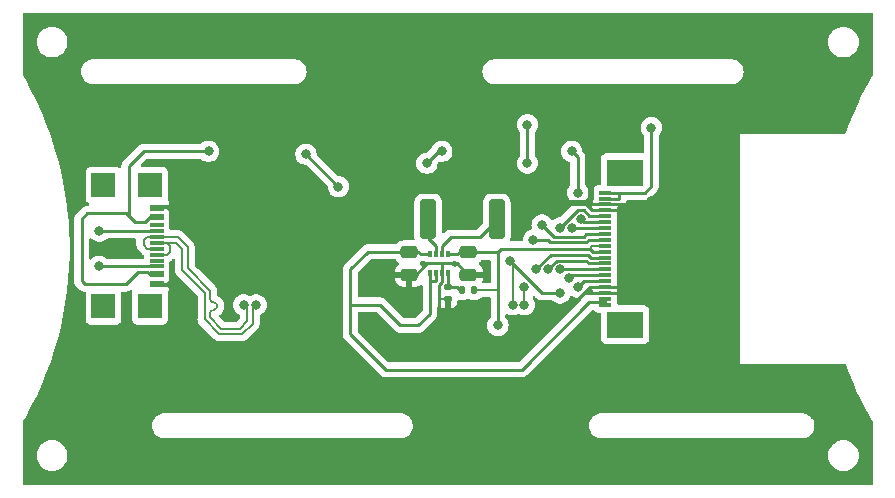
<source format=gbr>
%TF.GenerationSoftware,KiCad,Pcbnew,(7.0.0)*%
%TF.CreationDate,2023-10-22T09:50:51+03:00*%
%TF.ProjectId,nanoInvaderBot-logic,6e616e6f-496e-4766-9164-6572426f742d,rev?*%
%TF.SameCoordinates,Original*%
%TF.FileFunction,Copper,L1,Top*%
%TF.FilePolarity,Positive*%
%FSLAX46Y46*%
G04 Gerber Fmt 4.6, Leading zero omitted, Abs format (unit mm)*
G04 Created by KiCad (PCBNEW (7.0.0)) date 2023-10-22 09:50:51*
%MOMM*%
%LPD*%
G01*
G04 APERTURE LIST*
G04 Aperture macros list*
%AMRoundRect*
0 Rectangle with rounded corners*
0 $1 Rounding radius*
0 $2 $3 $4 $5 $6 $7 $8 $9 X,Y pos of 4 corners*
0 Add a 4 corners polygon primitive as box body*
4,1,4,$2,$3,$4,$5,$6,$7,$8,$9,$2,$3,0*
0 Add four circle primitives for the rounded corners*
1,1,$1+$1,$2,$3*
1,1,$1+$1,$4,$5*
1,1,$1+$1,$6,$7*
1,1,$1+$1,$8,$9*
0 Add four rect primitives between the rounded corners*
20,1,$1+$1,$2,$3,$4,$5,0*
20,1,$1+$1,$4,$5,$6,$7,0*
20,1,$1+$1,$6,$7,$8,$9,0*
20,1,$1+$1,$8,$9,$2,$3,0*%
G04 Aperture macros list end*
%TA.AperFunction,SMDPad,CuDef*%
%ADD10RoundRect,0.250000X-0.475000X0.250000X-0.475000X-0.250000X0.475000X-0.250000X0.475000X0.250000X0*%
%TD*%
%TA.AperFunction,SMDPad,CuDef*%
%ADD11R,2.006600X2.159000*%
%TD*%
%TA.AperFunction,SMDPad,CuDef*%
%ADD12R,1.143000X0.609600*%
%TD*%
%TA.AperFunction,SMDPad,CuDef*%
%ADD13R,1.143000X0.304800*%
%TD*%
%TA.AperFunction,SMDPad,CuDef*%
%ADD14RoundRect,0.135000X-0.185000X0.135000X-0.185000X-0.135000X0.185000X-0.135000X0.185000X0.135000X0*%
%TD*%
%TA.AperFunction,SMDPad,CuDef*%
%ADD15RoundRect,0.135000X0.135000X0.185000X-0.135000X0.185000X-0.135000X-0.185000X0.135000X-0.185000X0*%
%TD*%
%TA.AperFunction,SMDPad,CuDef*%
%ADD16R,1.100000X0.300000*%
%TD*%
%TA.AperFunction,SMDPad,CuDef*%
%ADD17R,3.100000X2.300000*%
%TD*%
%TA.AperFunction,SMDPad,CuDef*%
%ADD18R,0.300000X0.475000*%
%TD*%
%TA.AperFunction,SMDPad,CuDef*%
%ADD19RoundRect,0.250000X0.425000X1.425000X-0.425000X1.425000X-0.425000X-1.425000X0.425000X-1.425000X0*%
%TD*%
%TA.AperFunction,ViaPad*%
%ADD20C,0.800000*%
%TD*%
%TA.AperFunction,Conductor*%
%ADD21C,0.250000*%
%TD*%
%TA.AperFunction,Conductor*%
%ADD22C,0.150000*%
%TD*%
%TA.AperFunction,Conductor*%
%ADD23C,0.200000*%
%TD*%
G04 APERTURE END LIST*
D10*
%TO.P,C1,1*%
%TO.N,/VSYS*%
X146750000Y-100300000D03*
%TO.P,C1,2*%
%TO.N,/GND*%
X146750000Y-102200000D03*
%TD*%
D11*
%TO.P,J1,15*%
%TO.N,N/C*%
X124787799Y-94639999D03*
%TO.P,J1,16*%
X124787799Y-104859999D03*
%TO.P,J1,17*%
X120857799Y-94639999D03*
%TO.P,J1,18*%
X120857799Y-104859999D03*
D12*
%TO.P,J1,A1-B12,GND*%
%TO.N,/GND*%
X125362799Y-96549998D03*
%TO.P,J1,A4-B9,VBUS*%
%TO.N,/VUSB*%
X125362799Y-97349999D03*
D13*
%TO.P,J1,A5,CC1*%
%TO.N,Net-(J1-CC1)*%
X125362799Y-98499999D03*
%TO.P,J1,A6,DP1*%
%TO.N,/USB_DP*%
X125362799Y-99499999D03*
%TO.P,J1,A7,DN1*%
%TO.N,/USB_DN*%
X125362799Y-99999999D03*
%TO.P,J1,A8,SBU1*%
%TO.N,unconnected-(J1-SBU1-PadA8)*%
X125362799Y-100999999D03*
D12*
%TO.P,J1,A9-B4,VBUS*%
%TO.N,/VUSB*%
X125362799Y-102149999D03*
%TO.P,J1,A12-B1,GND*%
%TO.N,/GND*%
X125362799Y-102949998D03*
D13*
%TO.P,J1,B5,CC2*%
%TO.N,Net-(J1-CC2)*%
X125362799Y-101499998D03*
%TO.P,J1,B6,DP2*%
%TO.N,/USB_DP*%
X125362799Y-100500000D03*
%TO.P,J1,B7,DN2*%
%TO.N,/USB_DN*%
X125362799Y-98999998D03*
%TO.P,J1,B8,SBU2*%
%TO.N,unconnected-(J1-SBU2-PadB8)*%
X125362799Y-98000000D03*
%TD*%
D14*
%TO.P,R10,1*%
%TO.N,Net-(U5-FB)*%
X150000000Y-103240000D03*
%TO.P,R10,2*%
%TO.N,/GND*%
X150000000Y-104260000D03*
%TD*%
D15*
%TO.P,R9,1*%
%TO.N,/3V3*%
X152260000Y-103500000D03*
%TO.P,R9,2*%
%TO.N,Net-(U5-FB)*%
X151240000Y-103500000D03*
%TD*%
D16*
%TO.P,J4,1,Pin_1*%
%TO.N,/VSYS*%
X163312499Y-104749999D03*
%TO.P,J4,2,Pin_2*%
X163312499Y-104249999D03*
%TO.P,J4,3,Pin_3*%
%TO.N,/GND*%
X163312499Y-103749999D03*
%TO.P,J4,4,Pin_4*%
X163312499Y-103249999D03*
%TO.P,J4,5,Pin_5*%
%TO.N,/MOTOR1_B_MCU*%
X163312499Y-102749999D03*
%TO.P,J4,6,Pin_6*%
%TO.N,/MOTOR1_A_MCU*%
X163312499Y-102249999D03*
%TO.P,J4,7,Pin_7*%
%TO.N,/MOTOR1_EN_MCU*%
X163312499Y-101749999D03*
%TO.P,J4,8,Pin_8*%
%TO.N,/MOTOR1_ENC1*%
X163312499Y-101249999D03*
%TO.P,J4,9,Pin_9*%
%TO.N,/MOTOR1_ENC2*%
X163312499Y-100749999D03*
%TO.P,J4,10,Pin_10*%
%TO.N,/3V3*%
X163312499Y-100249999D03*
%TO.P,J4,11,Pin_11*%
X163312499Y-99749999D03*
%TO.P,J4,12,Pin_12*%
%TO.N,/MOTOR2_ENC1*%
X163312499Y-99249999D03*
%TO.P,J4,13,Pin_13*%
%TO.N,/MOTOR2_ENC2*%
X163312499Y-98749999D03*
%TO.P,J4,14,Pin_14*%
%TO.N,/MOTOR2_B_MCU*%
X163312499Y-98249999D03*
%TO.P,J4,15,Pin_15*%
%TO.N,/MOTOR2_A_MCU*%
X163312499Y-97749999D03*
%TO.P,J4,16,Pin_16*%
%TO.N,/MOTOR2_EN_MCU*%
X163312499Y-97249999D03*
%TO.P,J4,17,Pin_17*%
%TO.N,/GND*%
X163312499Y-96749999D03*
%TO.P,J4,18,Pin_18*%
X163312499Y-96249999D03*
%TO.P,J4,19,Pin_19*%
%TO.N,/VUSB*%
X163312499Y-95749999D03*
%TO.P,J4,20,Pin_20*%
X163312499Y-95249999D03*
D17*
%TO.P,J4,S1*%
%TO.N,N/C*%
X165012499Y-106419999D03*
%TO.P,J4,S2*%
X165012499Y-93579999D03*
%TD*%
D18*
%TO.P,U5,1,VOUT*%
%TO.N,/3V3*%
X149999999Y-100411999D03*
%TO.P,U5,2,LX2*%
%TO.N,Net-(U5-LX2)*%
X149499999Y-100411999D03*
%TO.P,U5,3,LX1*%
%TO.N,Net-(U5-LX1)*%
X148999999Y-100411999D03*
%TO.P,U5,4,VIN*%
%TO.N,/VSYS*%
X148499999Y-100411999D03*
%TO.P,U5,5,EN*%
X148499999Y-102087999D03*
%TO.P,U5,6,MODE*%
X148999999Y-102087999D03*
%TO.P,U5,7,GND*%
%TO.N,/GND*%
X149499999Y-102087999D03*
%TO.P,U5,8,FB*%
%TO.N,Net-(U5-FB)*%
X149999999Y-102087999D03*
%TD*%
D19*
%TO.P,L1,1,1*%
%TO.N,Net-(U5-LX2)*%
X154150000Y-97500000D03*
%TO.P,L1,2,2*%
%TO.N,Net-(U5-LX1)*%
X148350000Y-97500000D03*
%TD*%
D10*
%TO.P,C2,1*%
%TO.N,/3V3*%
X151750000Y-100300000D03*
%TO.P,C2,2*%
%TO.N,/GND*%
X151750000Y-102200000D03*
%TD*%
D20*
%TO.N,/GND*%
X137750000Y-104500000D03*
X127000000Y-107000000D03*
X167250000Y-96000000D03*
X158250000Y-94250000D03*
X157000000Y-107750000D03*
X173250000Y-90250000D03*
X169250000Y-104000000D03*
X162250000Y-106000000D03*
X136500000Y-87750000D03*
X146750000Y-104500000D03*
X151250000Y-97250000D03*
X164500000Y-109500000D03*
X123000000Y-100000000D03*
X136500000Y-93250000D03*
X144250000Y-102250000D03*
X167250000Y-104000000D03*
X171250000Y-96000000D03*
X156000000Y-97250000D03*
X168250000Y-109500000D03*
X169250000Y-96000000D03*
X173500000Y-109750000D03*
X127250000Y-96500000D03*
X171250000Y-104000000D03*
X162500000Y-93750000D03*
X144250000Y-94750000D03*
X153250000Y-102250000D03*
X133500000Y-100000000D03*
%TO.N,/MOTOR1_B_MCU*%
X161000000Y-103250000D03*
%TO.N,/MOTOR1_A_MCU*%
X160250000Y-102500000D03*
%TO.N,/MOTOR1_EN_MCU*%
X159500000Y-101750000D03*
%TO.N,/3V3*%
X140750000Y-94750000D03*
X138000000Y-92000000D03*
X154250000Y-106500000D03*
%TO.N,/MOTOR2_B_MCU*%
X160500000Y-98250000D03*
%TO.N,/MOTOR2_A_MCU*%
X161250000Y-97500000D03*
%TO.N,/MOTOR2_EN_MCU*%
X159500000Y-98250000D03*
%TO.N,/MOTOR1_ENC1*%
X158500000Y-101750000D03*
%TO.N,/MOTOR1_ENC2*%
X157500000Y-101750000D03*
%TO.N,/MOTOR2_ENC1*%
X157250000Y-99250000D03*
%TO.N,/MOTOR2_ENC2*%
X158000000Y-98000000D03*
%TO.N,/VUSB*%
X129750000Y-91750000D03*
X167250000Y-89750000D03*
%TO.N,/USB_DP*%
X133775000Y-104750000D03*
%TO.N,/USB_DN*%
X132725000Y-104750000D03*
%TO.N,Net-(J1-CC1)*%
X120500000Y-98500000D03*
%TO.N,Net-(J1-CC2)*%
X120500000Y-101500000D03*
%TO.N,/RTS*%
X156750000Y-92750000D03*
X156750000Y-89500000D03*
%TO.N,/CHIP_PU*%
X159500000Y-103750000D03*
X155250000Y-101000000D03*
X155500000Y-104750000D03*
%TO.N,/GPIO9*%
X148237701Y-92762299D03*
X160500000Y-91750000D03*
X161012299Y-95262299D03*
X149500000Y-91750000D03*
%TO.N,/IMU_SCL*%
X156500000Y-103250000D03*
X156500000Y-104750000D03*
%TD*%
D21*
%TO.N,/VSYS*%
X147550000Y-100300000D02*
X146750000Y-100300000D01*
X144750000Y-110250000D02*
X141750000Y-107250000D01*
X143250000Y-100250000D02*
X146700000Y-100250000D01*
X147500000Y-106500000D02*
X146000000Y-106500000D01*
X163312500Y-104500000D02*
X162000000Y-104500000D01*
X149000000Y-102750000D02*
X148500000Y-102750000D01*
X148500000Y-102088000D02*
X148500000Y-102750000D01*
X147662000Y-100412000D02*
X147550000Y-100300000D01*
X141750000Y-104750000D02*
X141750000Y-101750000D01*
X149000000Y-102088000D02*
X149000000Y-102750000D01*
X148500000Y-102750000D02*
X148500000Y-105500000D01*
X141750000Y-101750000D02*
X143250000Y-100250000D01*
X141750000Y-107250000D02*
X141750000Y-104750000D01*
X163312500Y-104250000D02*
X163312500Y-104500000D01*
X162000000Y-104500000D02*
X156250000Y-110250000D01*
X146000000Y-106500000D02*
X144250000Y-104750000D01*
X156250000Y-110250000D02*
X144750000Y-110250000D01*
X144250000Y-104750000D02*
X141750000Y-104750000D01*
X146700000Y-100250000D02*
X146750000Y-100300000D01*
X148500000Y-100412000D02*
X147662000Y-100412000D01*
X163312500Y-104500000D02*
X163312500Y-104750000D01*
X148500000Y-105500000D02*
X147500000Y-106500000D01*
%TO.N,/GND*%
X161525306Y-103750000D02*
X161512653Y-103762653D01*
X127000000Y-107000000D02*
X127000000Y-103750000D01*
X149250000Y-103750000D02*
X149250000Y-104250000D01*
X162181173Y-95818827D02*
X161750000Y-96250000D01*
X158500000Y-95500000D02*
X155275305Y-95500000D01*
X148250000Y-101250000D02*
X147300000Y-102200000D01*
X163312500Y-96250000D02*
X162000000Y-96250000D01*
X162181173Y-94068827D02*
X162181173Y-95818827D01*
X149250000Y-103090172D02*
X149250000Y-103750000D01*
X149500000Y-102088000D02*
X149500000Y-102840172D01*
X125412799Y-96500000D02*
X125362800Y-96549999D01*
X149250000Y-104250000D02*
X149250000Y-105000000D01*
X151750000Y-102200000D02*
X150800000Y-101250000D01*
X149500000Y-102088000D02*
X149500000Y-101250000D01*
X162500000Y-93750000D02*
X162181173Y-94068827D01*
X147300000Y-102200000D02*
X146750000Y-102200000D01*
X163312500Y-103250000D02*
X165250000Y-103250000D01*
X163312500Y-96250000D02*
X165250000Y-96250000D01*
X161750000Y-96250000D02*
X161500000Y-96000000D01*
X161500000Y-96000000D02*
X159000000Y-96000000D01*
X127250000Y-96500000D02*
X125412799Y-96500000D01*
X163312500Y-103750000D02*
X161525306Y-103750000D01*
X163312500Y-96750000D02*
X162250000Y-96750000D01*
X163312500Y-103750000D02*
X165250000Y-103750000D01*
X162025305Y-103250000D02*
X161512653Y-103762653D01*
X153200000Y-102200000D02*
X153250000Y-102250000D01*
X150800000Y-101250000D02*
X149500000Y-101250000D01*
X149500000Y-102840172D02*
X149250000Y-103090172D01*
X163312500Y-103250000D02*
X162025305Y-103250000D01*
X151750000Y-102200000D02*
X153200000Y-102200000D01*
X163312500Y-96750000D02*
X165250000Y-96750000D01*
D22*
X150000000Y-104260000D02*
X149260000Y-104260000D01*
D21*
X162250000Y-96750000D02*
X161750000Y-96250000D01*
X160025306Y-105250000D02*
X160000000Y-105250000D01*
X149500000Y-101250000D02*
X148250000Y-101250000D01*
X126199999Y-102949999D02*
X125362800Y-102949999D01*
D22*
X149260000Y-104260000D02*
X149250000Y-104250000D01*
D21*
X159000000Y-96000000D02*
X158500000Y-95500000D01*
X161750000Y-96250000D02*
X159750000Y-96250000D01*
X127000000Y-103750000D02*
X126199999Y-102949999D01*
X161512653Y-103762653D02*
X160025306Y-105250000D01*
%TO.N,/MOTOR1_B_MCU*%
X161500000Y-102750000D02*
X163312500Y-102750000D01*
X161000000Y-103250000D02*
X161500000Y-102750000D01*
%TO.N,/MOTOR1_A_MCU*%
X160500000Y-102250000D02*
X163312500Y-102250000D01*
X160250000Y-102500000D02*
X160500000Y-102250000D01*
%TO.N,/MOTOR1_EN_MCU*%
X159500000Y-101750000D02*
X163312500Y-101750000D01*
%TO.N,/3V3*%
X156500000Y-100000000D02*
X154500000Y-100000000D01*
X150838000Y-100412000D02*
X150950000Y-100300000D01*
X162272792Y-100250000D02*
X162011396Y-99988604D01*
X151750000Y-100300000D02*
X154200000Y-100300000D01*
X156511396Y-99988604D02*
X156500000Y-100000000D01*
X154200000Y-100300000D02*
X154250000Y-100250000D01*
X150000000Y-100412000D02*
X150838000Y-100412000D01*
X154250000Y-103500000D02*
X154250000Y-100250000D01*
X163312500Y-100250000D02*
X162272792Y-100250000D01*
X154250000Y-106500000D02*
X154250000Y-103500000D01*
D23*
X162250000Y-99750000D02*
X162011396Y-99988604D01*
D21*
X154500000Y-100000000D02*
X154250000Y-100250000D01*
D22*
X152260000Y-103500000D02*
X154250000Y-103500000D01*
D21*
X162011396Y-99988604D02*
X156511396Y-99988604D01*
X150950000Y-100300000D02*
X151750000Y-100300000D01*
D23*
X163312500Y-99750000D02*
X162250000Y-99750000D01*
D21*
X138000000Y-92000000D02*
X140750000Y-94750000D01*
%TO.N,/MOTOR2_B_MCU*%
X163312500Y-98250000D02*
X160500000Y-98250000D01*
%TO.N,/MOTOR2_A_MCU*%
X161250000Y-97500000D02*
X161500000Y-97750000D01*
X161500000Y-97750000D02*
X163312500Y-97750000D01*
%TO.N,/MOTOR2_EN_MCU*%
X162000000Y-97250000D02*
X163312500Y-97250000D01*
X161500000Y-96750000D02*
X162000000Y-97250000D01*
X159500000Y-98250000D02*
X161000000Y-96750000D01*
X161000000Y-96750000D02*
X161500000Y-96750000D01*
%TO.N,/MOTOR1_ENC1*%
X158500000Y-101750000D02*
X158500000Y-101724695D01*
X162000000Y-101250000D02*
X163312500Y-101250000D01*
X158500000Y-101724695D02*
X159224695Y-101000000D01*
X159224695Y-101000000D02*
X161750000Y-101000000D01*
X161750000Y-101000000D02*
X162000000Y-101250000D01*
%TO.N,/MOTOR1_ENC2*%
X158724695Y-100500000D02*
X161886396Y-100500000D01*
X162136396Y-100750000D02*
X163312500Y-100750000D01*
X157500000Y-101750000D02*
X157500000Y-101724695D01*
X161886396Y-100500000D02*
X162136396Y-100750000D01*
X157500000Y-101724695D02*
X158724695Y-100500000D01*
%TO.N,/MOTOR2_ENC1*%
X161750000Y-99450000D02*
X161950000Y-99250000D01*
X157250000Y-99250000D02*
X158474695Y-99250000D01*
X161950000Y-99250000D02*
X163312500Y-99250000D01*
X158474695Y-99250000D02*
X158674695Y-99450000D01*
X158674695Y-99450000D02*
X161750000Y-99450000D01*
%TO.N,/MOTOR2_ENC2*%
X161750000Y-98750000D02*
X163312500Y-98750000D01*
X161500000Y-99000000D02*
X161750000Y-98750000D01*
X158000000Y-98000000D02*
X159000000Y-99000000D01*
X159000000Y-99000000D02*
X161500000Y-99000000D01*
%TO.N,/VUSB*%
X124395102Y-97750000D02*
X123500000Y-97750000D01*
X124250000Y-91750000D02*
X129750000Y-91750000D01*
X166692500Y-95250000D02*
X164500000Y-95250000D01*
X125362800Y-102150000D02*
X124795102Y-102150000D01*
X124579903Y-101934801D02*
X123815199Y-101934801D01*
X119250000Y-103000000D02*
X119000000Y-102750000D01*
X119000000Y-102750000D02*
X119000000Y-97500000D01*
X122750000Y-97000000D02*
X123000000Y-97250000D01*
X124795102Y-97350000D02*
X124395102Y-97750000D01*
X119500000Y-97000000D02*
X122750000Y-97000000D01*
X164500000Y-95750000D02*
X164500000Y-95250000D01*
X124795102Y-102150000D02*
X124579903Y-101934801D01*
X123000000Y-93000000D02*
X123750000Y-92250000D01*
X123000000Y-97250000D02*
X123000000Y-93000000D01*
X125362800Y-97350000D02*
X124795102Y-97350000D01*
X119000000Y-97500000D02*
X119500000Y-97000000D01*
X164500000Y-95250000D02*
X163312500Y-95250000D01*
X123815199Y-101934801D02*
X122750000Y-103000000D01*
X163312500Y-95750000D02*
X164500000Y-95750000D01*
X123500000Y-97750000D02*
X123000000Y-97250000D01*
X167250000Y-94692500D02*
X166692500Y-95250000D01*
X122750000Y-103000000D02*
X119250000Y-103000000D01*
X167250000Y-89750000D02*
X167250000Y-94692500D01*
X123750000Y-92250000D02*
X124250000Y-91750000D01*
%TO.N,Net-(U5-FB)*%
X151000000Y-103500000D02*
X150750000Y-103250000D01*
X150010000Y-103250000D02*
X150000000Y-103240000D01*
X150750000Y-103250000D02*
X150010000Y-103250000D01*
X151240000Y-103500000D02*
X151000000Y-103500000D01*
X150000000Y-102088000D02*
X150000000Y-103240000D01*
D23*
%TO.N,/USB_DP*%
X126245052Y-99474999D02*
X126974880Y-99474999D01*
X126249999Y-100500001D02*
X126500000Y-100250000D01*
X126500000Y-99750000D02*
X126500000Y-100250000D01*
X133475000Y-106343200D02*
X133475000Y-105050000D01*
X129419989Y-103738189D02*
X129419989Y-105988189D01*
X130656800Y-107225000D02*
X132593200Y-107225000D01*
X126250000Y-99500000D02*
X126500000Y-99750000D01*
X129419989Y-105988189D02*
X130656800Y-107225000D01*
X127525000Y-101843200D02*
X129419989Y-103738189D01*
X125362800Y-100500001D02*
X126249999Y-100500001D01*
X125362800Y-99500000D02*
X126220051Y-99500000D01*
X127525000Y-100025119D02*
X127525000Y-101843200D01*
X126974880Y-99474999D02*
X127525000Y-100025119D01*
X133475000Y-105050000D02*
X133775000Y-104750000D01*
X132593200Y-107225000D02*
X133475000Y-106343200D01*
X125362800Y-99500000D02*
X126250000Y-99500000D01*
X126220051Y-99500000D02*
X126245052Y-99474999D01*
%TO.N,/USB_DN*%
X124250000Y-99250000D02*
X124250000Y-99711100D01*
X129869989Y-105801789D02*
X130843200Y-106775000D01*
X126245052Y-99025000D02*
X127161281Y-99025000D01*
X124500001Y-98999999D02*
X124250000Y-99250000D01*
X133025000Y-105050000D02*
X132725000Y-104750000D01*
X130843200Y-106775000D02*
X132406800Y-106775000D01*
X127975000Y-99838719D02*
X127975000Y-101656800D01*
X127161281Y-99025000D02*
X127975000Y-99838719D01*
X129869989Y-105450000D02*
X129869989Y-105801789D01*
X132406800Y-106775000D02*
X133025000Y-106156800D01*
X129869989Y-103551789D02*
X129869989Y-104250000D01*
X127975000Y-101656800D02*
X129869989Y-103551789D01*
X130169989Y-104550000D02*
X130200310Y-104550000D01*
X130200310Y-105150000D02*
X130169989Y-105150000D01*
X126220051Y-98999999D02*
X126245052Y-99025000D01*
X125362800Y-98999999D02*
X124500001Y-98999999D01*
X133025000Y-106156800D02*
X133025000Y-105050000D01*
X125362800Y-100000000D02*
X124538900Y-100000000D01*
X125362800Y-98999999D02*
X126220051Y-98999999D01*
X124250000Y-99711100D02*
X124538900Y-100000000D01*
X130200310Y-105150010D02*
G75*
G03*
X130500310Y-104850000I-10J300010D01*
G01*
X130500300Y-104850000D02*
G75*
G03*
X130200310Y-104550000I-300000J0D01*
G01*
X130169989Y-105149989D02*
G75*
G03*
X129869989Y-105450000I11J-300011D01*
G01*
X129870000Y-104250000D02*
G75*
G03*
X130169989Y-104550000I300000J0D01*
G01*
D21*
%TO.N,Net-(J1-CC1)*%
X125362800Y-98500000D02*
X120500000Y-98500000D01*
%TO.N,Net-(J1-CC2)*%
X122022599Y-101477400D02*
X125340201Y-101477400D01*
X120500000Y-101500000D02*
X122000000Y-101499999D01*
X122000000Y-101499999D02*
X122022599Y-101477400D01*
X125340201Y-101477400D02*
X125362800Y-101499999D01*
%TO.N,/RTS*%
X156750000Y-92750000D02*
X156750000Y-89500000D01*
D22*
%TO.N,/CHIP_PU*%
X155500000Y-101250000D02*
X155250000Y-101000000D01*
D21*
X155250000Y-101000000D02*
X158000000Y-103750000D01*
X158000000Y-103750000D02*
X159500000Y-103750000D01*
D22*
X155500000Y-104750000D02*
X155500000Y-101250000D01*
D21*
%TO.N,/GPIO9*%
X148237701Y-92762299D02*
X149250000Y-91750000D01*
X149250000Y-91750000D02*
X149500000Y-91750000D01*
X160500000Y-91750000D02*
X161012299Y-92262299D01*
X161012299Y-92262299D02*
X161012299Y-95262299D01*
%TO.N,Net-(U5-LX2)*%
X150250000Y-99000000D02*
X152750000Y-99000000D01*
X149500000Y-99750000D02*
X150250000Y-99000000D01*
X149500000Y-100412000D02*
X149500000Y-99750000D01*
X152750000Y-99000000D02*
X154150000Y-97600000D01*
X154150000Y-97600000D02*
X154150000Y-97500000D01*
%TO.N,Net-(U5-LX1)*%
X148350000Y-99100000D02*
X148350000Y-97500000D01*
X149000000Y-99750000D02*
X148350000Y-99100000D01*
X149000000Y-100412000D02*
X149000000Y-99750000D01*
D23*
%TO.N,/IMU_SCL*%
X156500000Y-104750000D02*
X156500000Y-103250000D01*
%TD*%
%TA.AperFunction,Conductor*%
%TO.N,/GND*%
G36*
X160529401Y-104021168D02*
G01*
X160547270Y-104034151D01*
X160720197Y-104111144D01*
X160905354Y-104150500D01*
X161088143Y-104150500D01*
X161094646Y-104150500D01*
X161155387Y-104137589D01*
X161218248Y-104140553D01*
X161271559Y-104173995D01*
X161301588Y-104229301D01*
X161300599Y-104292225D01*
X161268848Y-104346560D01*
X156027228Y-109588181D01*
X155987000Y-109615061D01*
X155939547Y-109624500D01*
X145060452Y-109624500D01*
X145012999Y-109615061D01*
X144972771Y-109588181D01*
X142411819Y-107027228D01*
X142384939Y-106987000D01*
X142375500Y-106939547D01*
X142375500Y-105499500D01*
X142392113Y-105437500D01*
X142437500Y-105392113D01*
X142499500Y-105375500D01*
X143939548Y-105375500D01*
X143987001Y-105384939D01*
X144027229Y-105411819D01*
X145502707Y-106887297D01*
X145510156Y-106895483D01*
X145514214Y-106901877D01*
X145519899Y-106907215D01*
X145519901Y-106907218D01*
X145563239Y-106947915D01*
X145566035Y-106950625D01*
X145585530Y-106970120D01*
X145588615Y-106972513D01*
X145588701Y-106972580D01*
X145597573Y-106980158D01*
X145604859Y-106987000D01*
X145629418Y-107010062D01*
X145636248Y-107013817D01*
X145636251Y-107013819D01*
X145646971Y-107019712D01*
X145663222Y-107030386D01*
X145679064Y-107042674D01*
X145686221Y-107045771D01*
X145686223Y-107045772D01*
X145719155Y-107060022D01*
X145729650Y-107065164D01*
X145767908Y-107086197D01*
X145787312Y-107091179D01*
X145805714Y-107097480D01*
X145816941Y-107102338D01*
X145824105Y-107105438D01*
X145861697Y-107111391D01*
X145867239Y-107112269D01*
X145878682Y-107114639D01*
X145913425Y-107123560D01*
X145913426Y-107123560D01*
X145920981Y-107125500D01*
X145941017Y-107125500D01*
X145960402Y-107127025D01*
X145980196Y-107130160D01*
X146018276Y-107126560D01*
X146023676Y-107126050D01*
X146035345Y-107125500D01*
X147422225Y-107125500D01*
X147433280Y-107126021D01*
X147440667Y-107127673D01*
X147507872Y-107125561D01*
X147511768Y-107125500D01*
X147535448Y-107125500D01*
X147539350Y-107125500D01*
X147543313Y-107124999D01*
X147554963Y-107124080D01*
X147598627Y-107122709D01*
X147617861Y-107117119D01*
X147636917Y-107113174D01*
X147656792Y-107110664D01*
X147697395Y-107094587D01*
X147708450Y-107090802D01*
X147750390Y-107078618D01*
X147767629Y-107068422D01*
X147785103Y-107059862D01*
X147796474Y-107055360D01*
X147796476Y-107055358D01*
X147803732Y-107052486D01*
X147839069Y-107026811D01*
X147848824Y-107020403D01*
X147886420Y-106998170D01*
X147900584Y-106984005D01*
X147915379Y-106971368D01*
X147931587Y-106959594D01*
X147959428Y-106925938D01*
X147967279Y-106917309D01*
X148887306Y-105997282D01*
X148895482Y-105989843D01*
X148901877Y-105985786D01*
X148947933Y-105936740D01*
X148950550Y-105934038D01*
X148970120Y-105914470D01*
X148972565Y-105911316D01*
X148980155Y-105902428D01*
X149010062Y-105870582D01*
X149019709Y-105853032D01*
X149030393Y-105836766D01*
X149042674Y-105820936D01*
X149060018Y-105780851D01*
X149065160Y-105770356D01*
X149086197Y-105732092D01*
X149091179Y-105712689D01*
X149097480Y-105694283D01*
X149105438Y-105675895D01*
X149112269Y-105632756D01*
X149114639Y-105621315D01*
X149115888Y-105616453D01*
X149125500Y-105579019D01*
X149125500Y-105558983D01*
X149127025Y-105539597D01*
X149130160Y-105519804D01*
X149126050Y-105476324D01*
X149125500Y-105464655D01*
X149125500Y-104902887D01*
X149139015Y-104846592D01*
X149176615Y-104802569D01*
X149230102Y-104780414D01*
X149287818Y-104784956D01*
X149337181Y-104815206D01*
X149417192Y-104895217D01*
X149429428Y-104904708D01*
X149554092Y-104978434D01*
X149568299Y-104984582D01*
X149708787Y-105025398D01*
X149721191Y-105027664D01*
X149732901Y-105028585D01*
X149746293Y-105025921D01*
X149750000Y-105012779D01*
X149750000Y-104134500D01*
X149766613Y-104072500D01*
X149812000Y-104027113D01*
X149874000Y-104010500D01*
X150000000Y-104010499D01*
X150126000Y-104010499D01*
X150188000Y-104027112D01*
X150233387Y-104072499D01*
X150250000Y-104134499D01*
X150250000Y-105012779D01*
X150253706Y-105025921D01*
X150267098Y-105028585D01*
X150278808Y-105027664D01*
X150291212Y-105025398D01*
X150431700Y-104984582D01*
X150445907Y-104978434D01*
X150570571Y-104904708D01*
X150582807Y-104895217D01*
X150685217Y-104792807D01*
X150694708Y-104780571D01*
X150768434Y-104655907D01*
X150774582Y-104641700D01*
X150815398Y-104501213D01*
X150817664Y-104488807D01*
X150819808Y-104461562D01*
X150820000Y-104456683D01*
X150820000Y-104429129D01*
X150833076Y-104373704D01*
X150869548Y-104329968D01*
X150921722Y-104307147D01*
X150978591Y-104310051D01*
X151004796Y-104317665D01*
X151040819Y-104320500D01*
X151439180Y-104320499D01*
X151475204Y-104317665D01*
X151629393Y-104272869D01*
X151686878Y-104238871D01*
X151750000Y-104221604D01*
X151813120Y-104238871D01*
X151870607Y-104272869D01*
X151988593Y-104307147D01*
X152016156Y-104315155D01*
X152024796Y-104317665D01*
X152060819Y-104320500D01*
X152459180Y-104320499D01*
X152495204Y-104317665D01*
X152649393Y-104272869D01*
X152787598Y-104191135D01*
X152866914Y-104111819D01*
X152907142Y-104084939D01*
X152954595Y-104075500D01*
X153500500Y-104075500D01*
X153562500Y-104092113D01*
X153607887Y-104137500D01*
X153624500Y-104199500D01*
X153624500Y-105801313D01*
X153616264Y-105845751D01*
X153592650Y-105884285D01*
X153521813Y-105962956D01*
X153521808Y-105962962D01*
X153517467Y-105967784D01*
X153514222Y-105973404D01*
X153514218Y-105973410D01*
X153426069Y-106126089D01*
X153426066Y-106126094D01*
X153422821Y-106131716D01*
X153420815Y-106137888D01*
X153420813Y-106137894D01*
X153366333Y-106305564D01*
X153366331Y-106305573D01*
X153364326Y-106311744D01*
X153363648Y-106318194D01*
X153363646Y-106318204D01*
X153348701Y-106460412D01*
X153344540Y-106500000D01*
X153345219Y-106506460D01*
X153363646Y-106681795D01*
X153363647Y-106681803D01*
X153364326Y-106688256D01*
X153366331Y-106694428D01*
X153366333Y-106694435D01*
X153399221Y-106795651D01*
X153422821Y-106868284D01*
X153426068Y-106873908D01*
X153426069Y-106873910D01*
X153506845Y-107013819D01*
X153517467Y-107032216D01*
X153521811Y-107037041D01*
X153521813Y-107037043D01*
X153605656Y-107130160D01*
X153644129Y-107172888D01*
X153649387Y-107176708D01*
X153649388Y-107176709D01*
X153668600Y-107190667D01*
X153797270Y-107284151D01*
X153970197Y-107361144D01*
X154155354Y-107400500D01*
X154338143Y-107400500D01*
X154344646Y-107400500D01*
X154529803Y-107361144D01*
X154702730Y-107284151D01*
X154855871Y-107172888D01*
X154982533Y-107032216D01*
X155077179Y-106868284D01*
X155135674Y-106688256D01*
X155155460Y-106500000D01*
X155135674Y-106311744D01*
X155077179Y-106131716D01*
X154982533Y-105967784D01*
X154953327Y-105935348D01*
X154907350Y-105884285D01*
X154883736Y-105845751D01*
X154875500Y-105801313D01*
X154875500Y-105648617D01*
X154890527Y-105589449D01*
X154931965Y-105544622D01*
X154989771Y-105524999D01*
X155049936Y-105535338D01*
X155220197Y-105611144D01*
X155405354Y-105650500D01*
X155588143Y-105650500D01*
X155594646Y-105650500D01*
X155779803Y-105611144D01*
X155949566Y-105535559D01*
X156000000Y-105524839D01*
X156050433Y-105535559D01*
X156220197Y-105611144D01*
X156405354Y-105650500D01*
X156588143Y-105650500D01*
X156594646Y-105650500D01*
X156779803Y-105611144D01*
X156952730Y-105534151D01*
X157105871Y-105422888D01*
X157232533Y-105282216D01*
X157327179Y-105118284D01*
X157385674Y-104938256D01*
X157405460Y-104750000D01*
X157385674Y-104561744D01*
X157327179Y-104381716D01*
X157232533Y-104217784D01*
X157228185Y-104212955D01*
X157224365Y-104207697D01*
X157226032Y-104206485D01*
X157202031Y-104159885D01*
X157204509Y-104096792D01*
X157237734Y-104043099D01*
X157293092Y-104012728D01*
X157356228Y-104013554D01*
X157410772Y-104045363D01*
X157502707Y-104137298D01*
X157510159Y-104145487D01*
X157514214Y-104151877D01*
X157554787Y-104189978D01*
X157563223Y-104197900D01*
X157566020Y-104200611D01*
X157585529Y-104220120D01*
X157588709Y-104222587D01*
X157597571Y-104230155D01*
X157597709Y-104230285D01*
X157623732Y-104254723D01*
X157623734Y-104254724D01*
X157629418Y-104260062D01*
X157636251Y-104263818D01*
X157636252Y-104263819D01*
X157646973Y-104269713D01*
X157663234Y-104280394D01*
X157665015Y-104281775D01*
X157679064Y-104292673D01*
X157719155Y-104310021D01*
X157729635Y-104315155D01*
X157767908Y-104336197D01*
X157787316Y-104341180D01*
X157805719Y-104347481D01*
X157816944Y-104352339D01*
X157816946Y-104352339D01*
X157824104Y-104355437D01*
X157867258Y-104362271D01*
X157878644Y-104364629D01*
X157920981Y-104375500D01*
X157941017Y-104375500D01*
X157960415Y-104377027D01*
X157972486Y-104378939D01*
X157972487Y-104378939D01*
X157980196Y-104380160D01*
X158018276Y-104376560D01*
X158023676Y-104376050D01*
X158035345Y-104375500D01*
X158796252Y-104375500D01*
X158846685Y-104386219D01*
X158884781Y-104413895D01*
X158884950Y-104413709D01*
X158886728Y-104415310D01*
X158888398Y-104416523D01*
X158894129Y-104422888D01*
X159047270Y-104534151D01*
X159220197Y-104611144D01*
X159405354Y-104650500D01*
X159588143Y-104650500D01*
X159594646Y-104650500D01*
X159779803Y-104611144D01*
X159952730Y-104534151D01*
X160105871Y-104422888D01*
X160232533Y-104282216D01*
X160327179Y-104118284D01*
X160338587Y-104083171D01*
X160368838Y-104033807D01*
X160418202Y-104003557D01*
X160475919Y-103999015D01*
X160529401Y-104021168D01*
G37*
%TD.AperFunction*%
%TA.AperFunction,Conductor*%
G36*
X145585214Y-100891223D02*
G01*
X145630321Y-100934404D01*
X145678492Y-101012503D01*
X145678495Y-101012507D01*
X145682288Y-101018656D01*
X145806344Y-101142712D01*
X145812488Y-101146502D01*
X145818157Y-101150984D01*
X145817008Y-101152436D01*
X145852832Y-101189853D01*
X145868559Y-101250281D01*
X145852844Y-101310712D01*
X145817266Y-101347886D01*
X145818471Y-101349410D01*
X145801544Y-101362794D01*
X145687794Y-101476544D01*
X145678890Y-101487805D01*
X145594432Y-101624733D01*
X145588370Y-101637732D01*
X145537624Y-101790874D01*
X145534805Y-101804041D01*
X145525319Y-101896890D01*
X145525000Y-101903168D01*
X145525000Y-101933674D01*
X145528450Y-101946549D01*
X145541326Y-101950000D01*
X146876000Y-101950000D01*
X146938000Y-101966613D01*
X146983387Y-102012000D01*
X147000000Y-102074000D01*
X147000000Y-103183673D01*
X147003450Y-103196548D01*
X147016326Y-103199999D01*
X147271829Y-103199999D01*
X147278111Y-103199678D01*
X147370959Y-103190194D01*
X147384122Y-103187376D01*
X147537267Y-103136629D01*
X147550266Y-103130567D01*
X147685403Y-103047215D01*
X147747795Y-103028784D01*
X147810932Y-103044477D01*
X147857433Y-103089975D01*
X147874500Y-103152754D01*
X147874500Y-105189548D01*
X147865061Y-105237001D01*
X147838181Y-105277229D01*
X147277228Y-105838181D01*
X147237000Y-105865061D01*
X147189547Y-105874500D01*
X146310452Y-105874500D01*
X146262999Y-105865061D01*
X146222771Y-105838181D01*
X145497254Y-105112664D01*
X144747286Y-104362695D01*
X144739842Y-104354514D01*
X144735786Y-104348123D01*
X144686775Y-104302098D01*
X144683978Y-104299387D01*
X144667227Y-104282636D01*
X144667226Y-104282635D01*
X144664471Y-104279880D01*
X144661290Y-104277412D01*
X144652414Y-104269830D01*
X144626269Y-104245278D01*
X144626267Y-104245276D01*
X144620582Y-104239938D01*
X144613749Y-104236182D01*
X144613743Y-104236177D01*
X144603025Y-104230285D01*
X144586766Y-104219606D01*
X144577095Y-104212104D01*
X144577092Y-104212102D01*
X144570936Y-104207327D01*
X144563779Y-104204229D01*
X144563776Y-104204228D01*
X144530849Y-104189978D01*
X144520363Y-104184841D01*
X144488932Y-104167562D01*
X144488923Y-104167558D01*
X144482092Y-104163803D01*
X144474535Y-104161862D01*
X144474531Y-104161861D01*
X144462688Y-104158820D01*
X144444284Y-104152519D01*
X144433057Y-104147660D01*
X144433050Y-104147658D01*
X144425896Y-104144562D01*
X144418192Y-104143341D01*
X144418190Y-104143341D01*
X144382759Y-104137729D01*
X144371324Y-104135361D01*
X144336571Y-104126438D01*
X144336563Y-104126437D01*
X144329019Y-104124500D01*
X144321223Y-104124500D01*
X144308983Y-104124500D01*
X144289597Y-104122974D01*
X144269804Y-104119840D01*
X144262038Y-104120574D01*
X144262035Y-104120574D01*
X144226324Y-104123950D01*
X144214655Y-104124500D01*
X142499500Y-104124500D01*
X142437500Y-104107887D01*
X142392113Y-104062500D01*
X142375500Y-104000500D01*
X142375500Y-102496829D01*
X145525001Y-102496829D01*
X145525321Y-102503111D01*
X145534805Y-102595959D01*
X145537623Y-102609122D01*
X145588370Y-102762267D01*
X145594432Y-102775266D01*
X145678890Y-102912194D01*
X145687794Y-102923455D01*
X145801544Y-103037205D01*
X145812805Y-103046109D01*
X145949733Y-103130567D01*
X145962732Y-103136629D01*
X146115874Y-103187375D01*
X146129041Y-103190194D01*
X146221890Y-103199680D01*
X146228168Y-103200000D01*
X146483674Y-103200000D01*
X146496549Y-103196549D01*
X146500000Y-103183674D01*
X146500000Y-102466326D01*
X146496549Y-102453450D01*
X146483674Y-102450000D01*
X145541327Y-102450000D01*
X145528451Y-102453450D01*
X145525001Y-102466326D01*
X145525001Y-102496829D01*
X142375500Y-102496829D01*
X142375500Y-102060452D01*
X142384939Y-102012999D01*
X142411819Y-101972771D01*
X143472772Y-100911819D01*
X143513000Y-100884939D01*
X143560453Y-100875500D01*
X145524782Y-100875500D01*
X145585214Y-100891223D01*
G37*
%TD.AperFunction*%
%TA.AperFunction,Conductor*%
G36*
X162201514Y-103389993D02*
G01*
X162246090Y-103430085D01*
X162266646Y-103486403D01*
X162266699Y-103486902D01*
X162266683Y-103513250D01*
X162262853Y-103548875D01*
X162262500Y-103555482D01*
X162262500Y-103583674D01*
X162265950Y-103596549D01*
X162294594Y-103604225D01*
X162293473Y-103608405D01*
X162329038Y-103618504D01*
X162374755Y-103668495D01*
X162387379Y-103735051D01*
X162363140Y-103798309D01*
X162343303Y-103824809D01*
X162299540Y-103861383D01*
X162244035Y-103874500D01*
X162077775Y-103874500D01*
X162066719Y-103873978D01*
X162059333Y-103872327D01*
X162051545Y-103872571D01*
X162051538Y-103872571D01*
X161992127Y-103874439D01*
X161988232Y-103874500D01*
X161960650Y-103874500D01*
X161956805Y-103874985D01*
X161956780Y-103874987D01*
X161956653Y-103875004D01*
X161945034Y-103875918D01*
X161906897Y-103877117D01*
X161901374Y-103877290D01*
X161901317Y-103875472D01*
X161842911Y-103868167D01*
X161789672Y-103824469D01*
X161767962Y-103759105D01*
X161784479Y-103692242D01*
X161827179Y-103618284D01*
X161869868Y-103486902D01*
X161878225Y-103461182D01*
X161904006Y-103416528D01*
X161945721Y-103386220D01*
X161996156Y-103375500D01*
X162143340Y-103375500D01*
X162201514Y-103389993D01*
G37*
%TD.AperFunction*%
%TA.AperFunction,Conductor*%
G36*
X153562500Y-100942113D02*
G01*
X153607887Y-100987500D01*
X153624500Y-101049500D01*
X153624500Y-102800500D01*
X153607887Y-102862500D01*
X153562500Y-102907887D01*
X153500500Y-102924500D01*
X153029591Y-102924500D01*
X152973135Y-102910903D01*
X152929061Y-102873093D01*
X152907034Y-102819363D01*
X152911885Y-102761496D01*
X152962375Y-102609125D01*
X152965194Y-102595958D01*
X152974680Y-102503109D01*
X152975000Y-102496832D01*
X152975000Y-102466326D01*
X152971549Y-102453450D01*
X152958674Y-102450000D01*
X151624000Y-102450000D01*
X151562000Y-102433387D01*
X151516613Y-102388000D01*
X151500000Y-102326000D01*
X151500000Y-102074000D01*
X151516613Y-102012000D01*
X151562000Y-101966613D01*
X151624000Y-101950000D01*
X152958673Y-101950000D01*
X152971548Y-101946549D01*
X152974999Y-101933674D01*
X152974999Y-101903171D01*
X152974678Y-101896888D01*
X152965194Y-101804040D01*
X152962376Y-101790877D01*
X152911629Y-101637732D01*
X152905567Y-101624733D01*
X152821109Y-101487805D01*
X152812205Y-101476544D01*
X152698455Y-101362794D01*
X152681529Y-101349410D01*
X152682735Y-101347883D01*
X152647160Y-101310720D01*
X152631440Y-101250282D01*
X152647171Y-101189846D01*
X152682992Y-101152438D01*
X152681843Y-101150984D01*
X152687509Y-101146503D01*
X152693656Y-101142712D01*
X152817712Y-101018656D01*
X152838838Y-100984404D01*
X152883946Y-100941223D01*
X152944378Y-100925500D01*
X153500500Y-100925500D01*
X153562500Y-100942113D01*
G37*
%TD.AperFunction*%
%TA.AperFunction,Conductor*%
G36*
X148031022Y-101043846D02*
G01*
X148066174Y-101062233D01*
X148107669Y-101093296D01*
X148207500Y-101130530D01*
X148216314Y-101133818D01*
X148265525Y-101167467D01*
X148293345Y-101220193D01*
X148293345Y-101279807D01*
X148265525Y-101332533D01*
X148216314Y-101366182D01*
X148115980Y-101403604D01*
X148115978Y-101403604D01*
X148107669Y-101406704D01*
X148100572Y-101412016D01*
X148100568Y-101412019D01*
X147999546Y-101487644D01*
X147999542Y-101487647D01*
X147996827Y-101489679D01*
X147996822Y-101489683D01*
X147992454Y-101492954D01*
X147991998Y-101492345D01*
X147938097Y-101522084D01*
X147869398Y-101518082D01*
X147817781Y-101481191D01*
X147817317Y-101481656D01*
X147814525Y-101478864D01*
X147813411Y-101478068D01*
X147812209Y-101476548D01*
X147698455Y-101362794D01*
X147681529Y-101349410D01*
X147682735Y-101347883D01*
X147647160Y-101310720D01*
X147631440Y-101250282D01*
X147647171Y-101189846D01*
X147682992Y-101152438D01*
X147681843Y-101150984D01*
X147687509Y-101146503D01*
X147693656Y-101142712D01*
X147762549Y-101073818D01*
X147802777Y-101046939D01*
X147850230Y-101037500D01*
X147991863Y-101037500D01*
X148031022Y-101043846D01*
G37*
%TD.AperFunction*%
%TA.AperFunction,Conductor*%
G36*
X150697223Y-101046939D02*
G01*
X150737451Y-101073819D01*
X150806344Y-101142712D01*
X150812488Y-101146502D01*
X150818157Y-101150984D01*
X150817008Y-101152436D01*
X150852832Y-101189853D01*
X150868559Y-101250281D01*
X150852844Y-101310712D01*
X150817266Y-101347886D01*
X150818471Y-101349410D01*
X150801544Y-101362794D01*
X150687783Y-101476555D01*
X150686581Y-101478076D01*
X150685466Y-101478872D01*
X150682683Y-101481656D01*
X150682219Y-101481192D01*
X150630592Y-101518085D01*
X150561893Y-101522082D01*
X150508002Y-101492344D01*
X150507546Y-101492954D01*
X150485630Y-101476548D01*
X150399431Y-101412019D01*
X150399430Y-101412018D01*
X150392331Y-101406704D01*
X150283684Y-101366181D01*
X150234474Y-101332533D01*
X150206654Y-101279808D01*
X150206654Y-101220192D01*
X150234474Y-101167467D01*
X150283684Y-101133818D01*
X150392331Y-101093296D01*
X150433825Y-101062233D01*
X150468978Y-101043846D01*
X150508137Y-101037500D01*
X150649770Y-101037500D01*
X150697223Y-101046939D01*
G37*
%TD.AperFunction*%
%TA.AperFunction,Conductor*%
G36*
X119792723Y-99081353D02*
G01*
X119841649Y-99114603D01*
X119894129Y-99172888D01*
X120047270Y-99284151D01*
X120220197Y-99361144D01*
X120405354Y-99400500D01*
X120588143Y-99400500D01*
X120594646Y-99400500D01*
X120779803Y-99361144D01*
X120952730Y-99284151D01*
X121105871Y-99172888D01*
X121111601Y-99166523D01*
X121113271Y-99165310D01*
X121115050Y-99163709D01*
X121115218Y-99163895D01*
X121153315Y-99136219D01*
X121203748Y-99125500D01*
X123521379Y-99125500D01*
X123583379Y-99142113D01*
X123628766Y-99187500D01*
X123644711Y-99247009D01*
X123644318Y-99250000D01*
X123645379Y-99258059D01*
X123648439Y-99281302D01*
X123649500Y-99297487D01*
X123649500Y-99663613D01*
X123648438Y-99679798D01*
X123644318Y-99711100D01*
X123645379Y-99719159D01*
X123652736Y-99775039D01*
X123652736Y-99775040D01*
X123663894Y-99859802D01*
X123663895Y-99859808D01*
X123664956Y-99867862D01*
X123668065Y-99875368D01*
X123668066Y-99875371D01*
X123719689Y-100000000D01*
X123725464Y-100013941D01*
X123821718Y-100139382D01*
X123828164Y-100144328D01*
X123846769Y-100158604D01*
X123858964Y-100169299D01*
X124080699Y-100391034D01*
X124091389Y-100403222D01*
X124110618Y-100428282D01*
X124117064Y-100433228D01*
X124203575Y-100499610D01*
X124236059Y-100524536D01*
X124235257Y-100525580D01*
X124274184Y-100564502D01*
X124290800Y-100626505D01*
X124290800Y-100696960D01*
X124290800Y-100696978D01*
X124290801Y-100700273D01*
X124291152Y-100703547D01*
X124291154Y-100703567D01*
X124292346Y-100714649D01*
X124280591Y-100782084D01*
X124234848Y-100833007D01*
X124169056Y-100851900D01*
X122100374Y-100851900D01*
X122089318Y-100851378D01*
X122081932Y-100849727D01*
X122074144Y-100849971D01*
X122074137Y-100849971D01*
X122014726Y-100851839D01*
X122010831Y-100851900D01*
X121983249Y-100851900D01*
X121979404Y-100852385D01*
X121979379Y-100852387D01*
X121979252Y-100852404D01*
X121967633Y-100853318D01*
X121931771Y-100854445D01*
X121931764Y-100854446D01*
X121923972Y-100854691D01*
X121916487Y-100856865D01*
X121916471Y-100856868D01*
X121904725Y-100860281D01*
X121885682Y-100864225D01*
X121873545Y-100865758D01*
X121873541Y-100865758D01*
X121865807Y-100866736D01*
X121858554Y-100869607D01*
X121854673Y-100870604D01*
X121823838Y-100874499D01*
X121203747Y-100874499D01*
X121153314Y-100863780D01*
X121115217Y-100836103D01*
X121115049Y-100836290D01*
X121113270Y-100834688D01*
X121111600Y-100833475D01*
X121111257Y-100833094D01*
X121105871Y-100827112D01*
X120952730Y-100715849D01*
X120925145Y-100703567D01*
X120785745Y-100641501D01*
X120785740Y-100641499D01*
X120779803Y-100638856D01*
X120773444Y-100637504D01*
X120773440Y-100637503D01*
X120601008Y-100600852D01*
X120601005Y-100600851D01*
X120594646Y-100599500D01*
X120405354Y-100599500D01*
X120398995Y-100600851D01*
X120398991Y-100600852D01*
X120226559Y-100637503D01*
X120226552Y-100637505D01*
X120220197Y-100638856D01*
X120214262Y-100641498D01*
X120214254Y-100641501D01*
X120053207Y-100713205D01*
X120053202Y-100713207D01*
X120047270Y-100715849D01*
X120042016Y-100719665D01*
X120042011Y-100719669D01*
X119899388Y-100823290D01*
X119899381Y-100823295D01*
X119894129Y-100827112D01*
X119889784Y-100831937D01*
X119889779Y-100831942D01*
X119841650Y-100885396D01*
X119792723Y-100918647D01*
X119733959Y-100925446D01*
X119678732Y-100904247D01*
X119639611Y-100859873D01*
X119625500Y-100802424D01*
X119625500Y-99197576D01*
X119639611Y-99140127D01*
X119678732Y-99095753D01*
X119733959Y-99074554D01*
X119792723Y-99081353D01*
G37*
%TD.AperFunction*%
%TA.AperFunction,Conductor*%
G36*
X185937500Y-80017113D02*
G01*
X185982887Y-80062500D01*
X185999500Y-80124500D01*
X185999500Y-85269175D01*
X185982395Y-85332020D01*
X185739641Y-85744924D01*
X185739612Y-85744973D01*
X185739086Y-85745870D01*
X185738594Y-85746778D01*
X185738567Y-85746827D01*
X185250532Y-86648675D01*
X185250505Y-86648725D01*
X185250018Y-86649627D01*
X185249548Y-86650573D01*
X185249531Y-86650607D01*
X185021420Y-87110336D01*
X184793271Y-87570141D01*
X184792833Y-87571108D01*
X184792827Y-87571121D01*
X184369858Y-88505283D01*
X184369837Y-88505330D01*
X184369418Y-88506257D01*
X184369026Y-88507210D01*
X184369005Y-88507260D01*
X183979411Y-89455775D01*
X183979399Y-89455804D01*
X183978991Y-89456799D01*
X183978614Y-89457816D01*
X183978607Y-89457836D01*
X183715532Y-90169020D01*
X183689131Y-90211408D01*
X183648149Y-90239944D01*
X183599234Y-90250000D01*
X174750000Y-90250000D01*
X174750000Y-109250000D01*
X174750000Y-109750000D01*
X183599234Y-109750000D01*
X183648149Y-109760056D01*
X183689131Y-109788592D01*
X183715532Y-109830980D01*
X183978607Y-110542163D01*
X183978991Y-110543201D01*
X183979407Y-110544214D01*
X183979411Y-110544224D01*
X184369005Y-111492739D01*
X184369017Y-111492768D01*
X184369418Y-111493743D01*
X184369846Y-111494690D01*
X184369858Y-111494716D01*
X184690969Y-112203916D01*
X184793271Y-112429859D01*
X185250018Y-113350373D01*
X185250517Y-113351296D01*
X185250532Y-113351324D01*
X185738567Y-114253172D01*
X185738581Y-114253196D01*
X185739086Y-114254130D01*
X185739627Y-114255050D01*
X185739641Y-114255075D01*
X185982395Y-114667980D01*
X185999500Y-114730825D01*
X185999500Y-119875500D01*
X185982887Y-119937500D01*
X185937500Y-119982887D01*
X185875500Y-119999500D01*
X182000099Y-119999500D01*
X118000099Y-119999500D01*
X114124500Y-119999500D01*
X114062500Y-119982887D01*
X114017113Y-119937500D01*
X114000500Y-119875500D01*
X114000500Y-117500000D01*
X115194532Y-117500000D01*
X115214365Y-117726692D01*
X115215762Y-117731907D01*
X115215764Y-117731916D01*
X115271858Y-117941263D01*
X115271861Y-117941271D01*
X115273261Y-117946496D01*
X115369432Y-118152734D01*
X115499953Y-118339139D01*
X115660861Y-118500047D01*
X115847266Y-118630568D01*
X116053504Y-118726739D01*
X116273308Y-118785635D01*
X116500000Y-118805468D01*
X116726692Y-118785635D01*
X116946496Y-118726739D01*
X117152734Y-118630568D01*
X117339139Y-118500047D01*
X117500047Y-118339139D01*
X117630568Y-118152734D01*
X117726739Y-117946496D01*
X117785635Y-117726692D01*
X117805468Y-117500000D01*
X182194532Y-117500000D01*
X182214365Y-117726692D01*
X182215762Y-117731907D01*
X182215764Y-117731916D01*
X182271858Y-117941263D01*
X182271861Y-117941271D01*
X182273261Y-117946496D01*
X182369432Y-118152734D01*
X182499953Y-118339139D01*
X182660861Y-118500047D01*
X182847266Y-118630568D01*
X183053504Y-118726739D01*
X183273308Y-118785635D01*
X183500000Y-118805468D01*
X183726692Y-118785635D01*
X183946496Y-118726739D01*
X184152734Y-118630568D01*
X184339139Y-118500047D01*
X184500047Y-118339139D01*
X184630568Y-118152734D01*
X184726739Y-117946496D01*
X184785635Y-117726692D01*
X184805468Y-117500000D01*
X184785635Y-117273308D01*
X184726739Y-117053504D01*
X184630568Y-116847266D01*
X184500047Y-116660861D01*
X184339139Y-116499953D01*
X184152734Y-116369432D01*
X184088145Y-116339313D01*
X183951405Y-116275550D01*
X183951403Y-116275549D01*
X183946496Y-116273261D01*
X183941271Y-116271861D01*
X183941263Y-116271858D01*
X183731916Y-116215764D01*
X183731907Y-116215762D01*
X183726692Y-116214365D01*
X183721304Y-116213893D01*
X183721301Y-116213893D01*
X183505395Y-116195004D01*
X183500000Y-116194532D01*
X183494605Y-116195004D01*
X183278698Y-116213893D01*
X183278693Y-116213893D01*
X183273308Y-116214365D01*
X183268094Y-116215762D01*
X183268083Y-116215764D01*
X183058736Y-116271858D01*
X183058724Y-116271862D01*
X183053504Y-116273261D01*
X183048599Y-116275547D01*
X183048594Y-116275550D01*
X182852176Y-116367142D01*
X182852172Y-116367144D01*
X182847266Y-116369432D01*
X182842833Y-116372535D01*
X182842826Y-116372540D01*
X182665296Y-116496847D01*
X182665291Y-116496850D01*
X182660861Y-116499953D01*
X182657037Y-116503776D01*
X182657031Y-116503782D01*
X182503782Y-116657031D01*
X182503776Y-116657037D01*
X182499953Y-116660861D01*
X182496850Y-116665291D01*
X182496847Y-116665296D01*
X182372540Y-116842826D01*
X182372535Y-116842833D01*
X182369432Y-116847266D01*
X182367144Y-116852172D01*
X182367142Y-116852176D01*
X182275550Y-117048594D01*
X182275547Y-117048599D01*
X182273261Y-117053504D01*
X182271862Y-117058724D01*
X182271858Y-117058736D01*
X182215764Y-117268083D01*
X182215762Y-117268094D01*
X182214365Y-117273308D01*
X182194532Y-117500000D01*
X117805468Y-117500000D01*
X117785635Y-117273308D01*
X117726739Y-117053504D01*
X117630568Y-116847266D01*
X117500047Y-116660861D01*
X117339139Y-116499953D01*
X117152734Y-116369432D01*
X117088145Y-116339313D01*
X116951405Y-116275550D01*
X116951403Y-116275549D01*
X116946496Y-116273261D01*
X116941271Y-116271861D01*
X116941263Y-116271858D01*
X116731916Y-116215764D01*
X116731907Y-116215762D01*
X116726692Y-116214365D01*
X116721304Y-116213893D01*
X116721301Y-116213893D01*
X116505395Y-116195004D01*
X116500000Y-116194532D01*
X116494605Y-116195004D01*
X116278698Y-116213893D01*
X116278693Y-116213893D01*
X116273308Y-116214365D01*
X116268094Y-116215762D01*
X116268083Y-116215764D01*
X116058736Y-116271858D01*
X116058724Y-116271862D01*
X116053504Y-116273261D01*
X116048599Y-116275547D01*
X116048594Y-116275550D01*
X115852176Y-116367142D01*
X115852172Y-116367144D01*
X115847266Y-116369432D01*
X115842833Y-116372535D01*
X115842826Y-116372540D01*
X115665296Y-116496847D01*
X115665291Y-116496850D01*
X115660861Y-116499953D01*
X115657037Y-116503776D01*
X115657031Y-116503782D01*
X115503782Y-116657031D01*
X115503776Y-116657037D01*
X115499953Y-116660861D01*
X115496850Y-116665291D01*
X115496847Y-116665296D01*
X115372540Y-116842826D01*
X115372535Y-116842833D01*
X115369432Y-116847266D01*
X115367144Y-116852172D01*
X115367142Y-116852176D01*
X115275550Y-117048594D01*
X115275547Y-117048599D01*
X115273261Y-117053504D01*
X115271862Y-117058724D01*
X115271858Y-117058736D01*
X115215764Y-117268083D01*
X115215762Y-117268094D01*
X115214365Y-117273308D01*
X115194532Y-117500000D01*
X114000500Y-117500000D01*
X114000500Y-115000000D01*
X124945000Y-115000000D01*
X124962963Y-115193856D01*
X124964531Y-115199367D01*
X124964533Y-115199377D01*
X125014671Y-115375591D01*
X125014673Y-115375597D01*
X125016242Y-115381110D01*
X125103021Y-115555386D01*
X125106473Y-115559957D01*
X125216888Y-115706171D01*
X125216892Y-115706176D01*
X125220346Y-115710749D01*
X125224582Y-115714610D01*
X125224586Y-115714615D01*
X125291473Y-115775590D01*
X125364220Y-115841908D01*
X125529746Y-115944397D01*
X125711286Y-116014726D01*
X125902657Y-116050500D01*
X125999901Y-116050500D01*
X126000000Y-116050500D01*
X126000500Y-116050500D01*
X145999500Y-116050500D01*
X146000099Y-116050500D01*
X146091614Y-116050500D01*
X146097343Y-116050500D01*
X146288714Y-116014726D01*
X146470254Y-115944397D01*
X146635780Y-115841908D01*
X146779654Y-115710749D01*
X146896979Y-115555386D01*
X146983758Y-115381110D01*
X147037037Y-115193856D01*
X147055000Y-115000000D01*
X161945000Y-115000000D01*
X161962963Y-115193856D01*
X161964531Y-115199367D01*
X161964533Y-115199377D01*
X162014671Y-115375591D01*
X162014673Y-115375597D01*
X162016242Y-115381110D01*
X162103021Y-115555386D01*
X162106473Y-115559957D01*
X162216888Y-115706171D01*
X162216892Y-115706176D01*
X162220346Y-115710749D01*
X162224582Y-115714610D01*
X162224586Y-115714615D01*
X162291473Y-115775590D01*
X162364220Y-115841908D01*
X162529746Y-115944397D01*
X162711286Y-116014726D01*
X162902657Y-116050500D01*
X162999901Y-116050500D01*
X163000000Y-116050500D01*
X163000500Y-116050500D01*
X179999500Y-116050500D01*
X180000099Y-116050500D01*
X180091614Y-116050500D01*
X180097343Y-116050500D01*
X180288714Y-116014726D01*
X180470254Y-115944397D01*
X180635780Y-115841908D01*
X180779654Y-115710749D01*
X180896979Y-115555386D01*
X180983758Y-115381110D01*
X181037037Y-115193856D01*
X181055000Y-115000000D01*
X181037037Y-114806144D01*
X181010475Y-114712791D01*
X180985328Y-114624408D01*
X180983758Y-114618890D01*
X180896979Y-114444614D01*
X180850975Y-114383696D01*
X180783111Y-114293828D01*
X180783107Y-114293824D01*
X180779654Y-114289251D01*
X180775417Y-114285388D01*
X180775413Y-114285384D01*
X180640014Y-114161952D01*
X180640015Y-114161952D01*
X180635780Y-114158092D01*
X180630910Y-114155077D01*
X180630908Y-114155075D01*
X180475128Y-114058621D01*
X180475129Y-114058621D01*
X180470254Y-114055603D01*
X180464911Y-114053533D01*
X180294061Y-113987345D01*
X180294056Y-113987343D01*
X180288714Y-113985274D01*
X180283076Y-113984220D01*
X180102972Y-113950552D01*
X180102969Y-113950551D01*
X180097343Y-113949500D01*
X180000099Y-113949500D01*
X163000500Y-113949500D01*
X163000000Y-113949500D01*
X162902657Y-113949500D01*
X162897031Y-113950551D01*
X162897027Y-113950552D01*
X162716923Y-113984220D01*
X162716920Y-113984220D01*
X162711286Y-113985274D01*
X162705946Y-113987342D01*
X162705938Y-113987345D01*
X162535088Y-114053533D01*
X162535083Y-114053535D01*
X162529746Y-114055603D01*
X162524874Y-114058619D01*
X162524871Y-114058621D01*
X162369091Y-114155075D01*
X162369083Y-114155080D01*
X162364220Y-114158092D01*
X162359989Y-114161948D01*
X162359985Y-114161952D01*
X162224586Y-114285384D01*
X162224576Y-114285394D01*
X162220346Y-114289251D01*
X162216897Y-114293817D01*
X162216888Y-114293828D01*
X162106473Y-114440042D01*
X162106470Y-114440046D01*
X162103021Y-114444614D01*
X162016242Y-114618890D01*
X162014674Y-114624398D01*
X162014671Y-114624408D01*
X161964533Y-114800622D01*
X161964530Y-114800633D01*
X161962963Y-114806144D01*
X161945000Y-115000000D01*
X147055000Y-115000000D01*
X147037037Y-114806144D01*
X147010475Y-114712791D01*
X146985328Y-114624408D01*
X146983758Y-114618890D01*
X146896979Y-114444614D01*
X146850975Y-114383696D01*
X146783111Y-114293828D01*
X146783107Y-114293824D01*
X146779654Y-114289251D01*
X146775417Y-114285388D01*
X146775413Y-114285384D01*
X146640014Y-114161952D01*
X146640015Y-114161952D01*
X146635780Y-114158092D01*
X146630910Y-114155077D01*
X146630908Y-114155075D01*
X146475128Y-114058621D01*
X146475129Y-114058621D01*
X146470254Y-114055603D01*
X146464911Y-114053533D01*
X146294061Y-113987345D01*
X146294056Y-113987343D01*
X146288714Y-113985274D01*
X146283076Y-113984220D01*
X146102972Y-113950552D01*
X146102969Y-113950551D01*
X146097343Y-113949500D01*
X146000099Y-113949500D01*
X126000500Y-113949500D01*
X126000000Y-113949500D01*
X125902657Y-113949500D01*
X125897031Y-113950551D01*
X125897027Y-113950552D01*
X125716923Y-113984220D01*
X125716920Y-113984220D01*
X125711286Y-113985274D01*
X125705946Y-113987342D01*
X125705938Y-113987345D01*
X125535088Y-114053533D01*
X125535083Y-114053535D01*
X125529746Y-114055603D01*
X125524874Y-114058619D01*
X125524871Y-114058621D01*
X125369091Y-114155075D01*
X125369083Y-114155080D01*
X125364220Y-114158092D01*
X125359989Y-114161948D01*
X125359985Y-114161952D01*
X125224586Y-114285384D01*
X125224576Y-114285394D01*
X125220346Y-114289251D01*
X125216897Y-114293817D01*
X125216888Y-114293828D01*
X125106473Y-114440042D01*
X125106470Y-114440046D01*
X125103021Y-114444614D01*
X125016242Y-114618890D01*
X125014674Y-114624398D01*
X125014671Y-114624408D01*
X124964533Y-114800622D01*
X124964530Y-114800633D01*
X124962963Y-114806144D01*
X124945000Y-115000000D01*
X114000500Y-115000000D01*
X114000500Y-114730824D01*
X114017606Y-114667978D01*
X114049487Y-114613752D01*
X114260842Y-114254258D01*
X114749919Y-113350495D01*
X115206674Y-112429973D01*
X115630536Y-111493850D01*
X116020971Y-110543300D01*
X116377489Y-109579516D01*
X116699643Y-108603708D01*
X116987029Y-107617101D01*
X117239286Y-106620932D01*
X117456097Y-105616453D01*
X117637191Y-104604925D01*
X117782339Y-103587616D01*
X117891360Y-102565804D01*
X117964117Y-101540772D01*
X118000518Y-100513806D01*
X118000518Y-99486194D01*
X117964117Y-98459228D01*
X117894625Y-97480196D01*
X118369840Y-97480196D01*
X118370574Y-97487961D01*
X118370574Y-97487964D01*
X118373950Y-97523676D01*
X118374500Y-97535345D01*
X118374500Y-102672225D01*
X118373978Y-102683280D01*
X118372327Y-102690667D01*
X118372571Y-102698453D01*
X118372571Y-102698461D01*
X118374439Y-102757873D01*
X118374500Y-102761768D01*
X118374500Y-102789350D01*
X118374988Y-102793219D01*
X118374989Y-102793225D01*
X118375004Y-102793343D01*
X118375918Y-102804966D01*
X118377045Y-102840830D01*
X118377046Y-102840837D01*
X118377291Y-102848627D01*
X118379467Y-102856119D01*
X118379468Y-102856121D01*
X118382879Y-102867862D01*
X118386825Y-102886915D01*
X118389336Y-102906792D01*
X118392206Y-102914042D01*
X118392208Y-102914048D01*
X118405414Y-102947404D01*
X118409197Y-102958451D01*
X118421382Y-103000390D01*
X118425353Y-103007105D01*
X118425354Y-103007107D01*
X118431581Y-103017637D01*
X118440136Y-103035099D01*
X118444642Y-103046480D01*
X118444643Y-103046483D01*
X118447514Y-103053732D01*
X118467089Y-103080675D01*
X118473181Y-103089060D01*
X118479593Y-103098822D01*
X118497856Y-103129702D01*
X118497859Y-103129707D01*
X118501830Y-103136420D01*
X118507344Y-103141934D01*
X118507345Y-103141935D01*
X118515990Y-103150580D01*
X118528626Y-103165374D01*
X118535819Y-103175275D01*
X118535823Y-103175279D01*
X118540406Y-103181587D01*
X118546415Y-103186558D01*
X118546416Y-103186559D01*
X118574057Y-103209425D01*
X118582698Y-103217288D01*
X118752705Y-103387296D01*
X118760158Y-103395487D01*
X118764214Y-103401877D01*
X118769895Y-103407212D01*
X118769896Y-103407213D01*
X118813224Y-103447901D01*
X118816021Y-103450612D01*
X118835529Y-103470120D01*
X118838709Y-103472587D01*
X118847571Y-103480155D01*
X118854755Y-103486902D01*
X118873732Y-103504723D01*
X118873734Y-103504724D01*
X118879418Y-103510062D01*
X118886251Y-103513818D01*
X118886252Y-103513819D01*
X118896973Y-103519713D01*
X118913234Y-103530394D01*
X118929064Y-103542673D01*
X118969155Y-103560021D01*
X118979635Y-103565155D01*
X119017908Y-103586197D01*
X119037316Y-103591180D01*
X119055719Y-103597481D01*
X119066944Y-103602339D01*
X119066946Y-103602339D01*
X119074104Y-103605437D01*
X119117258Y-103612271D01*
X119128644Y-103614629D01*
X119170981Y-103625500D01*
X119191017Y-103625500D01*
X119210415Y-103627027D01*
X119230196Y-103630160D01*
X119235206Y-103629686D01*
X119294234Y-103647170D01*
X119338030Y-103692363D01*
X119354000Y-103753236D01*
X119354000Y-105984060D01*
X119354000Y-105984078D01*
X119354001Y-105987372D01*
X119354353Y-105990650D01*
X119354354Y-105990661D01*
X119359579Y-106039268D01*
X119359580Y-106039273D01*
X119360409Y-106046983D01*
X119363119Y-106054249D01*
X119363120Y-106054253D01*
X119392012Y-106131716D01*
X119410704Y-106181831D01*
X119496954Y-106297046D01*
X119612169Y-106383296D01*
X119747017Y-106433591D01*
X119806627Y-106440000D01*
X121908972Y-106439999D01*
X121968583Y-106433591D01*
X122103431Y-106383296D01*
X122218646Y-106297046D01*
X122304896Y-106181831D01*
X122355191Y-106046983D01*
X122361600Y-105987373D01*
X122361599Y-103749499D01*
X122378212Y-103687500D01*
X122423599Y-103642113D01*
X122485599Y-103625500D01*
X122672225Y-103625500D01*
X122683280Y-103626021D01*
X122690667Y-103627673D01*
X122757872Y-103625561D01*
X122761768Y-103625500D01*
X122785448Y-103625500D01*
X122789350Y-103625500D01*
X122793313Y-103624999D01*
X122804963Y-103624080D01*
X122848627Y-103622709D01*
X122867861Y-103617119D01*
X122886917Y-103613174D01*
X122906792Y-103610664D01*
X122940088Y-103597481D01*
X122947397Y-103594587D01*
X122958450Y-103590802D01*
X123000390Y-103578618D01*
X123017629Y-103568422D01*
X123035103Y-103559862D01*
X123046474Y-103555360D01*
X123046476Y-103555358D01*
X123053732Y-103552486D01*
X123089069Y-103526811D01*
X123098824Y-103520403D01*
X123115803Y-103510362D01*
X123173754Y-103493204D01*
X123232931Y-103505477D01*
X123279278Y-103544265D01*
X123301786Y-103600354D01*
X123295106Y-103660421D01*
X123293121Y-103665743D01*
X123293119Y-103665750D01*
X123290409Y-103673017D01*
X123289579Y-103680727D01*
X123289579Y-103680732D01*
X123284355Y-103729319D01*
X123284354Y-103729331D01*
X123284000Y-103732627D01*
X123284000Y-103735948D01*
X123284000Y-103735949D01*
X123284000Y-105984060D01*
X123284000Y-105984078D01*
X123284001Y-105987372D01*
X123284353Y-105990650D01*
X123284354Y-105990661D01*
X123289579Y-106039268D01*
X123289580Y-106039273D01*
X123290409Y-106046983D01*
X123293119Y-106054249D01*
X123293120Y-106054253D01*
X123322012Y-106131716D01*
X123340704Y-106181831D01*
X123426954Y-106297046D01*
X123542169Y-106383296D01*
X123677017Y-106433591D01*
X123736627Y-106440000D01*
X125838972Y-106439999D01*
X125898583Y-106433591D01*
X126033431Y-106383296D01*
X126148646Y-106297046D01*
X126234896Y-106181831D01*
X126285191Y-106046983D01*
X126291600Y-105987373D01*
X126291599Y-103732628D01*
X126285459Y-103675512D01*
X126289168Y-103629455D01*
X126309483Y-103587950D01*
X126372337Y-103503989D01*
X126380752Y-103488576D01*
X126425188Y-103369440D01*
X126428726Y-103354466D01*
X126433946Y-103305913D01*
X126434300Y-103299317D01*
X126434300Y-103216325D01*
X126430849Y-103203449D01*
X126417974Y-103199999D01*
X126019519Y-103199999D01*
X125959445Y-103184476D01*
X125914413Y-103141792D01*
X125895697Y-103082635D01*
X125907983Y-103021817D01*
X125948195Y-102974565D01*
X126006266Y-102952709D01*
X126008612Y-102952456D01*
X126041783Y-102948891D01*
X126176631Y-102898596D01*
X126291846Y-102812346D01*
X126339688Y-102748436D01*
X126369448Y-102720061D01*
X126406859Y-102702977D01*
X126430849Y-102696548D01*
X126434300Y-102683673D01*
X126434300Y-102600693D01*
X126433944Y-102594066D01*
X126430884Y-102565603D01*
X126430884Y-102539096D01*
X126434800Y-102502673D01*
X126434799Y-101797328D01*
X126431007Y-101762055D01*
X126431007Y-101735547D01*
X126434800Y-101700272D01*
X126434799Y-101299727D01*
X126430878Y-101263255D01*
X126430878Y-101236748D01*
X126434800Y-101200273D01*
X126434799Y-101156283D01*
X126444238Y-101108832D01*
X126471118Y-101068602D01*
X126511346Y-101041723D01*
X126552840Y-101024537D01*
X126584817Y-101000000D01*
X126678281Y-100928283D01*
X126697509Y-100903223D01*
X126708190Y-100891043D01*
X126712830Y-100886403D01*
X126762192Y-100856162D01*
X126819906Y-100851624D01*
X126873390Y-100873781D01*
X126910986Y-100917804D01*
X126924500Y-100974096D01*
X126924500Y-101795713D01*
X126923438Y-101811898D01*
X126919318Y-101843200D01*
X126926862Y-101900499D01*
X126939956Y-101999962D01*
X126943065Y-102007468D01*
X126943066Y-102007471D01*
X126996398Y-102136224D01*
X127000464Y-102146041D01*
X127096718Y-102271482D01*
X127103164Y-102276428D01*
X127121769Y-102290704D01*
X127133964Y-102301399D01*
X128783170Y-103950605D01*
X128810050Y-103990833D01*
X128819489Y-104038286D01*
X128819489Y-105940702D01*
X128818427Y-105956887D01*
X128814307Y-105988189D01*
X128815368Y-105996248D01*
X128822047Y-106046983D01*
X128833883Y-106136890D01*
X128833884Y-106136895D01*
X128834945Y-106144951D01*
X128895453Y-106291030D01*
X128991707Y-106416471D01*
X129015099Y-106434420D01*
X129016758Y-106435693D01*
X129028953Y-106446388D01*
X130198599Y-107616034D01*
X130209289Y-107628222D01*
X130228518Y-107653282D01*
X130265406Y-107681587D01*
X130353959Y-107749536D01*
X130500038Y-107810044D01*
X130508096Y-107811104D01*
X130508097Y-107811105D01*
X130571340Y-107819431D01*
X130656800Y-107830682D01*
X130664859Y-107829621D01*
X130688102Y-107826561D01*
X130704287Y-107825500D01*
X132545713Y-107825500D01*
X132561898Y-107826561D01*
X132593200Y-107830682D01*
X132749962Y-107810044D01*
X132896041Y-107749536D01*
X132984594Y-107681587D01*
X133021482Y-107653282D01*
X133040710Y-107628222D01*
X133051389Y-107616044D01*
X133866044Y-106801389D01*
X133878222Y-106790710D01*
X133903282Y-106771482D01*
X133999536Y-106646041D01*
X134060044Y-106499962D01*
X134065251Y-106460412D01*
X134080683Y-106343200D01*
X134076560Y-106311891D01*
X134075500Y-106295706D01*
X134075500Y-105682455D01*
X134084529Y-105636004D01*
X134110301Y-105596318D01*
X134149064Y-105569176D01*
X134171957Y-105558983D01*
X134227730Y-105534151D01*
X134380871Y-105422888D01*
X134507533Y-105282216D01*
X134602179Y-105118284D01*
X134660674Y-104938256D01*
X134680460Y-104750000D01*
X134660674Y-104561744D01*
X134602179Y-104381716D01*
X134507533Y-104217784D01*
X134498117Y-104207327D01*
X134385220Y-104081942D01*
X134385219Y-104081941D01*
X134380871Y-104077112D01*
X134375613Y-104073292D01*
X134375611Y-104073290D01*
X134232988Y-103969669D01*
X134232987Y-103969668D01*
X134227730Y-103965849D01*
X134221037Y-103962869D01*
X134060745Y-103891501D01*
X134060740Y-103891499D01*
X134054803Y-103888856D01*
X134048444Y-103887504D01*
X134048440Y-103887503D01*
X133876008Y-103850852D01*
X133876005Y-103850851D01*
X133869646Y-103849500D01*
X133680354Y-103849500D01*
X133673995Y-103850851D01*
X133673991Y-103850852D01*
X133501559Y-103887503D01*
X133501552Y-103887505D01*
X133495197Y-103888856D01*
X133489262Y-103891498D01*
X133489254Y-103891501D01*
X133328963Y-103962869D01*
X133322270Y-103965849D01*
X133317014Y-103969667D01*
X133311997Y-103972564D01*
X133250000Y-103989175D01*
X133188003Y-103972564D01*
X133182986Y-103969667D01*
X133177730Y-103965849D01*
X133111915Y-103936546D01*
X133010745Y-103891501D01*
X133010740Y-103891499D01*
X133004803Y-103888856D01*
X132998444Y-103887504D01*
X132998440Y-103887503D01*
X132826008Y-103850852D01*
X132826005Y-103850851D01*
X132819646Y-103849500D01*
X132630354Y-103849500D01*
X132623995Y-103850851D01*
X132623991Y-103850852D01*
X132451559Y-103887503D01*
X132451552Y-103887505D01*
X132445197Y-103888856D01*
X132439262Y-103891498D01*
X132439254Y-103891501D01*
X132278207Y-103963205D01*
X132278202Y-103963207D01*
X132272270Y-103965849D01*
X132267016Y-103969665D01*
X132267011Y-103969669D01*
X132124388Y-104073290D01*
X132124381Y-104073295D01*
X132119129Y-104077112D01*
X132114784Y-104081937D01*
X132114779Y-104081942D01*
X131996813Y-104212956D01*
X131996808Y-104212962D01*
X131992467Y-104217784D01*
X131989222Y-104223404D01*
X131989218Y-104223410D01*
X131901069Y-104376089D01*
X131901066Y-104376094D01*
X131897821Y-104381716D01*
X131895815Y-104387888D01*
X131895813Y-104387894D01*
X131841333Y-104555564D01*
X131841331Y-104555573D01*
X131839326Y-104561744D01*
X131838648Y-104568194D01*
X131838646Y-104568204D01*
X131829429Y-104655907D01*
X131819540Y-104750000D01*
X131820219Y-104756460D01*
X131838646Y-104931795D01*
X131838647Y-104931803D01*
X131839326Y-104938256D01*
X131841331Y-104944428D01*
X131841333Y-104944435D01*
X131894054Y-105106690D01*
X131897821Y-105118284D01*
X131901068Y-105123908D01*
X131901069Y-105123910D01*
X131989191Y-105276543D01*
X131992467Y-105282216D01*
X131996811Y-105287041D01*
X131996813Y-105287043D01*
X132109162Y-105411819D01*
X132119129Y-105422888D01*
X132272270Y-105534151D01*
X132328043Y-105558983D01*
X132350936Y-105569176D01*
X132389699Y-105596318D01*
X132415471Y-105636004D01*
X132424500Y-105682455D01*
X132424500Y-105856703D01*
X132415061Y-105904156D01*
X132388181Y-105944384D01*
X132194384Y-106138181D01*
X132154156Y-106165061D01*
X132106703Y-106174500D01*
X131143297Y-106174500D01*
X131095844Y-106165061D01*
X131055616Y-106138181D01*
X130696887Y-105779452D01*
X130667817Y-105733545D01*
X130661165Y-105679617D01*
X130678209Y-105628023D01*
X130715673Y-105588672D01*
X130774355Y-105549461D01*
X130899780Y-105424031D01*
X130998326Y-105276543D01*
X131066205Y-105112664D01*
X131100810Y-104938691D01*
X131100810Y-104850000D01*
X131100810Y-104777086D01*
X131100803Y-104777058D01*
X131100800Y-104777003D01*
X131100800Y-104767398D01*
X131100800Y-104761310D01*
X131066196Y-104587339D01*
X130998317Y-104423462D01*
X130899772Y-104275975D01*
X130823025Y-104199226D01*
X130778651Y-104154850D01*
X130778650Y-104154849D01*
X130774348Y-104150547D01*
X130765391Y-104144562D01*
X130673518Y-104083171D01*
X130626865Y-104051997D01*
X130621242Y-104049667D01*
X130621237Y-104049665D01*
X130547033Y-104018927D01*
X130506806Y-103992047D01*
X130479928Y-103951819D01*
X130470489Y-103904367D01*
X130470489Y-103599276D01*
X130471550Y-103583091D01*
X130474610Y-103559848D01*
X130475671Y-103551789D01*
X130455033Y-103395027D01*
X130394525Y-103248948D01*
X130367374Y-103213564D01*
X130298271Y-103123507D01*
X130273211Y-103104278D01*
X130261023Y-103093588D01*
X128897631Y-101730196D01*
X141119840Y-101730196D01*
X141120574Y-101737961D01*
X141120574Y-101737964D01*
X141123950Y-101773676D01*
X141124500Y-101785345D01*
X141124500Y-104679151D01*
X141122304Y-104702386D01*
X141122233Y-104702753D01*
X141122232Y-104702760D01*
X141120773Y-104710412D01*
X141121262Y-104718189D01*
X141121262Y-104718195D01*
X141124255Y-104765759D01*
X141124500Y-104773545D01*
X141124500Y-107172225D01*
X141123978Y-107183280D01*
X141122327Y-107190667D01*
X141122571Y-107198453D01*
X141122571Y-107198461D01*
X141124439Y-107257873D01*
X141124500Y-107261768D01*
X141124500Y-107289350D01*
X141124988Y-107293219D01*
X141124989Y-107293225D01*
X141125004Y-107293343D01*
X141125918Y-107304966D01*
X141127045Y-107340830D01*
X141127046Y-107340837D01*
X141127291Y-107348627D01*
X141129467Y-107356119D01*
X141129468Y-107356121D01*
X141132879Y-107367862D01*
X141136825Y-107386915D01*
X141139336Y-107406792D01*
X141142206Y-107414042D01*
X141142208Y-107414048D01*
X141155414Y-107447404D01*
X141159197Y-107458451D01*
X141171382Y-107500390D01*
X141175353Y-107507105D01*
X141175354Y-107507107D01*
X141181581Y-107517637D01*
X141190136Y-107535099D01*
X141194642Y-107546480D01*
X141194643Y-107546483D01*
X141197514Y-107553732D01*
X141219440Y-107583912D01*
X141223181Y-107589060D01*
X141229593Y-107598822D01*
X141247856Y-107629702D01*
X141247859Y-107629707D01*
X141251830Y-107636420D01*
X141257345Y-107641935D01*
X141265990Y-107650580D01*
X141278626Y-107665374D01*
X141285819Y-107675275D01*
X141285823Y-107675279D01*
X141290406Y-107681587D01*
X141296415Y-107686558D01*
X141296416Y-107686559D01*
X141324058Y-107709426D01*
X141332699Y-107717289D01*
X144252707Y-110637297D01*
X144260156Y-110645483D01*
X144264214Y-110651877D01*
X144269899Y-110657215D01*
X144269901Y-110657218D01*
X144313239Y-110697915D01*
X144316035Y-110700625D01*
X144335530Y-110720120D01*
X144338615Y-110722513D01*
X144338701Y-110722580D01*
X144347573Y-110730158D01*
X144360880Y-110742654D01*
X144379418Y-110760062D01*
X144386248Y-110763817D01*
X144386251Y-110763819D01*
X144396971Y-110769712D01*
X144413222Y-110780386D01*
X144429064Y-110792674D01*
X144436221Y-110795771D01*
X144436223Y-110795772D01*
X144469155Y-110810022D01*
X144479650Y-110815164D01*
X144517908Y-110836197D01*
X144537312Y-110841179D01*
X144555714Y-110847480D01*
X144566941Y-110852338D01*
X144574105Y-110855438D01*
X144611697Y-110861391D01*
X144617239Y-110862269D01*
X144628682Y-110864639D01*
X144663425Y-110873560D01*
X144663426Y-110873560D01*
X144670981Y-110875500D01*
X144691017Y-110875500D01*
X144710402Y-110877025D01*
X144730196Y-110880160D01*
X144768276Y-110876560D01*
X144773676Y-110876050D01*
X144785345Y-110875500D01*
X156172225Y-110875500D01*
X156183280Y-110876021D01*
X156190667Y-110877673D01*
X156257872Y-110875561D01*
X156261768Y-110875500D01*
X156285448Y-110875500D01*
X156289350Y-110875500D01*
X156293313Y-110874999D01*
X156304963Y-110874080D01*
X156348627Y-110872709D01*
X156367861Y-110867119D01*
X156386917Y-110863174D01*
X156406792Y-110860664D01*
X156447395Y-110844587D01*
X156458450Y-110840802D01*
X156500390Y-110828618D01*
X156517629Y-110818422D01*
X156535103Y-110809862D01*
X156546474Y-110805360D01*
X156546476Y-110805358D01*
X156553732Y-110802486D01*
X156589069Y-110776811D01*
X156598824Y-110770403D01*
X156636420Y-110748170D01*
X156650584Y-110734005D01*
X156665379Y-110721368D01*
X156681587Y-110709594D01*
X156709428Y-110675938D01*
X156717279Y-110667309D01*
X162184790Y-105199800D01*
X162246111Y-105166317D01*
X162315803Y-105171301D01*
X162371736Y-105213173D01*
X162399639Y-105250447D01*
X162399641Y-105250449D01*
X162404954Y-105257546D01*
X162520169Y-105343796D01*
X162655017Y-105394091D01*
X162714627Y-105400500D01*
X162838000Y-105400499D01*
X162899999Y-105417112D01*
X162945387Y-105462499D01*
X162962000Y-105524499D01*
X162962000Y-107614560D01*
X162962000Y-107614578D01*
X162962001Y-107617872D01*
X162962353Y-107621150D01*
X162962354Y-107621161D01*
X162967579Y-107669768D01*
X162967580Y-107669773D01*
X162968409Y-107677483D01*
X162971119Y-107684749D01*
X162971120Y-107684753D01*
X163004717Y-107774831D01*
X163018704Y-107812331D01*
X163024018Y-107819430D01*
X163024019Y-107819431D01*
X163032441Y-107830682D01*
X163104954Y-107927546D01*
X163220169Y-108013796D01*
X163355017Y-108064091D01*
X163414627Y-108070500D01*
X166610372Y-108070499D01*
X166669983Y-108064091D01*
X166804831Y-108013796D01*
X166920046Y-107927546D01*
X167006296Y-107812331D01*
X167056591Y-107677483D01*
X167063000Y-107617873D01*
X167062999Y-105222128D01*
X167056591Y-105162517D01*
X167006296Y-105027669D01*
X166920046Y-104912454D01*
X166897020Y-104895217D01*
X166811931Y-104831519D01*
X166811930Y-104831518D01*
X166804831Y-104826204D01*
X166715289Y-104792807D01*
X166677252Y-104778620D01*
X166677250Y-104778619D01*
X166669983Y-104775909D01*
X166662270Y-104775079D01*
X166662267Y-104775079D01*
X166613680Y-104769855D01*
X166613669Y-104769854D01*
X166610373Y-104769500D01*
X166607051Y-104769500D01*
X164486999Y-104769500D01*
X164424999Y-104752887D01*
X164379612Y-104707500D01*
X164362999Y-104645500D01*
X164362999Y-104555438D01*
X164362999Y-104552128D01*
X164358820Y-104513254D01*
X164358820Y-104486747D01*
X164363000Y-104447873D01*
X164362999Y-104052128D01*
X164358567Y-104010898D01*
X164358568Y-103984393D01*
X164362144Y-103951132D01*
X164362500Y-103944506D01*
X164362500Y-103916326D01*
X164358711Y-103902186D01*
X164352939Y-103896414D01*
X164331585Y-103885725D01*
X164307249Y-103856955D01*
X164306296Y-103857669D01*
X164261861Y-103798311D01*
X164237622Y-103735052D01*
X164250244Y-103668496D01*
X164295961Y-103618505D01*
X164331526Y-103608405D01*
X164330406Y-103604225D01*
X164359049Y-103596549D01*
X164362500Y-103583674D01*
X164362500Y-103555494D01*
X164362144Y-103548868D01*
X164358315Y-103513257D01*
X164358315Y-103486740D01*
X164362144Y-103451128D01*
X164362500Y-103444506D01*
X164362500Y-103416326D01*
X164359049Y-103403450D01*
X164330406Y-103395775D01*
X164331526Y-103391594D01*
X164295961Y-103381495D01*
X164250244Y-103331504D01*
X164237622Y-103264948D01*
X164261861Y-103201689D01*
X164306296Y-103142331D01*
X164307249Y-103143044D01*
X164331583Y-103114275D01*
X164352940Y-103103584D01*
X164358711Y-103097813D01*
X164362500Y-103083674D01*
X164362500Y-103055496D01*
X164362144Y-103048865D01*
X164358568Y-103015602D01*
X164358568Y-102989095D01*
X164363000Y-102947873D01*
X164362999Y-102552128D01*
X164358820Y-102513254D01*
X164358820Y-102486747D01*
X164363000Y-102447873D01*
X164362999Y-102052128D01*
X164358820Y-102013254D01*
X164358820Y-101986747D01*
X164363000Y-101947873D01*
X164362999Y-101552128D01*
X164358820Y-101513254D01*
X164358820Y-101486747D01*
X164363000Y-101447873D01*
X164362999Y-101052128D01*
X164358820Y-101013254D01*
X164358820Y-100986747D01*
X164363000Y-100947873D01*
X164362999Y-100552128D01*
X164358820Y-100513254D01*
X164358820Y-100486747D01*
X164363000Y-100447873D01*
X164362999Y-100052128D01*
X164358820Y-100013254D01*
X164358820Y-99986747D01*
X164363000Y-99947873D01*
X164362999Y-99552128D01*
X164358820Y-99513254D01*
X164358820Y-99486747D01*
X164363000Y-99447873D01*
X164362999Y-99052128D01*
X164358820Y-99013254D01*
X164358820Y-98986747D01*
X164363000Y-98947873D01*
X164362999Y-98552128D01*
X164361739Y-98540406D01*
X164358820Y-98513254D01*
X164358820Y-98486747D01*
X164363000Y-98447873D01*
X164362999Y-98052128D01*
X164358820Y-98013254D01*
X164358820Y-97986747D01*
X164363000Y-97947873D01*
X164362999Y-97552128D01*
X164358820Y-97513254D01*
X164358820Y-97486747D01*
X164363000Y-97447873D01*
X164362999Y-97052128D01*
X164358567Y-97010898D01*
X164358568Y-96984393D01*
X164362144Y-96951132D01*
X164362500Y-96944506D01*
X164362500Y-96916326D01*
X164358711Y-96902186D01*
X164352939Y-96896414D01*
X164331585Y-96885725D01*
X164307249Y-96856955D01*
X164306296Y-96857669D01*
X164261861Y-96798311D01*
X164237622Y-96735052D01*
X164250244Y-96668496D01*
X164295961Y-96618505D01*
X164331526Y-96608405D01*
X164330406Y-96604225D01*
X164359049Y-96596549D01*
X164362500Y-96583674D01*
X164362500Y-96555494D01*
X164362144Y-96548873D01*
X164358543Y-96515384D01*
X164369184Y-96450293D01*
X164411694Y-96399866D01*
X164474046Y-96378369D01*
X164503131Y-96376539D01*
X164515760Y-96375745D01*
X164523545Y-96375500D01*
X164535458Y-96375500D01*
X164539350Y-96375500D01*
X164555042Y-96373517D01*
X164562769Y-96372786D01*
X164618138Y-96369304D01*
X164625898Y-96366782D01*
X164648687Y-96361688D01*
X164648805Y-96361672D01*
X164656792Y-96360664D01*
X164664046Y-96357791D01*
X164664049Y-96357791D01*
X164708377Y-96340240D01*
X164715700Y-96337603D01*
X164768441Y-96320467D01*
X164775329Y-96316094D01*
X164796133Y-96305494D01*
X164803732Y-96302486D01*
X164848631Y-96269864D01*
X164855026Y-96265517D01*
X164901877Y-96235786D01*
X164907458Y-96229841D01*
X164924983Y-96214391D01*
X164931587Y-96209594D01*
X164938127Y-96201689D01*
X164966937Y-96166862D01*
X164972078Y-96161029D01*
X165010062Y-96120582D01*
X165013996Y-96113426D01*
X165027122Y-96094109D01*
X165032324Y-96087823D01*
X165055948Y-96037618D01*
X165059460Y-96030724D01*
X165086197Y-95982092D01*
X165088226Y-95974185D01*
X165096144Y-95952199D01*
X165098743Y-95946679D01*
X165144499Y-95894796D01*
X165210930Y-95875500D01*
X166614725Y-95875500D01*
X166625780Y-95876021D01*
X166633167Y-95877673D01*
X166700372Y-95875561D01*
X166704268Y-95875500D01*
X166727948Y-95875500D01*
X166731850Y-95875500D01*
X166735813Y-95874999D01*
X166747463Y-95874080D01*
X166791127Y-95872709D01*
X166810361Y-95867119D01*
X166829417Y-95863174D01*
X166849292Y-95860664D01*
X166889895Y-95844587D01*
X166900950Y-95840802D01*
X166942890Y-95828618D01*
X166960129Y-95818422D01*
X166977603Y-95809862D01*
X166988974Y-95805360D01*
X166988976Y-95805358D01*
X166996232Y-95802486D01*
X167031569Y-95776811D01*
X167041324Y-95770403D01*
X167078920Y-95748170D01*
X167093084Y-95734005D01*
X167107879Y-95721368D01*
X167124087Y-95709594D01*
X167151928Y-95675938D01*
X167159779Y-95667309D01*
X167637310Y-95189779D01*
X167645481Y-95182344D01*
X167651877Y-95178286D01*
X167697918Y-95129256D01*
X167700535Y-95126554D01*
X167720120Y-95106971D01*
X167722585Y-95103792D01*
X167730167Y-95094916D01*
X167760062Y-95063082D01*
X167769713Y-95045523D01*
X167780390Y-95029270D01*
X167792673Y-95013436D01*
X167810026Y-94973332D01*
X167815158Y-94962861D01*
X167832435Y-94931435D01*
X167832435Y-94931434D01*
X167836197Y-94924592D01*
X167841177Y-94905191D01*
X167847481Y-94886781D01*
X167855438Y-94868396D01*
X167862272Y-94825241D01*
X167864638Y-94813821D01*
X167873560Y-94779074D01*
X167875500Y-94771519D01*
X167875500Y-94751483D01*
X167877025Y-94732097D01*
X167880160Y-94712304D01*
X167876050Y-94668824D01*
X167875500Y-94657155D01*
X167875500Y-90448687D01*
X167883736Y-90404249D01*
X167907350Y-90365715D01*
X167982533Y-90282216D01*
X168077179Y-90118284D01*
X168135674Y-89938256D01*
X168155460Y-89750000D01*
X168135674Y-89561744D01*
X168077179Y-89381716D01*
X167982533Y-89217784D01*
X167855871Y-89077112D01*
X167850613Y-89073292D01*
X167850611Y-89073290D01*
X167707988Y-88969669D01*
X167707987Y-88969668D01*
X167702730Y-88965849D01*
X167696792Y-88963205D01*
X167535745Y-88891501D01*
X167535740Y-88891499D01*
X167529803Y-88888856D01*
X167523444Y-88887504D01*
X167523440Y-88887503D01*
X167351008Y-88850852D01*
X167351005Y-88850851D01*
X167344646Y-88849500D01*
X167155354Y-88849500D01*
X167148995Y-88850851D01*
X167148991Y-88850852D01*
X166976559Y-88887503D01*
X166976552Y-88887505D01*
X166970197Y-88888856D01*
X166964262Y-88891498D01*
X166964254Y-88891501D01*
X166803207Y-88963205D01*
X166803202Y-88963207D01*
X166797270Y-88965849D01*
X166792016Y-88969665D01*
X166792011Y-88969669D01*
X166649388Y-89073290D01*
X166649381Y-89073295D01*
X166644129Y-89077112D01*
X166639784Y-89081937D01*
X166639779Y-89081942D01*
X166521813Y-89212956D01*
X166521808Y-89212962D01*
X166517467Y-89217784D01*
X166514222Y-89223404D01*
X166514218Y-89223410D01*
X166426069Y-89376089D01*
X166426066Y-89376094D01*
X166422821Y-89381716D01*
X166420815Y-89387888D01*
X166420813Y-89387894D01*
X166366333Y-89555564D01*
X166366331Y-89555573D01*
X166364326Y-89561744D01*
X166363648Y-89568194D01*
X166363646Y-89568204D01*
X166351708Y-89681795D01*
X166344540Y-89750000D01*
X166345219Y-89756460D01*
X166363646Y-89931795D01*
X166363647Y-89931803D01*
X166364326Y-89938256D01*
X166366331Y-89944428D01*
X166366333Y-89944435D01*
X166396424Y-90037043D01*
X166422821Y-90118284D01*
X166426068Y-90123908D01*
X166426069Y-90123910D01*
X166469241Y-90198687D01*
X166517467Y-90282216D01*
X166521811Y-90287041D01*
X166521813Y-90287043D01*
X166592650Y-90365715D01*
X166616264Y-90404249D01*
X166624500Y-90448687D01*
X166624500Y-91805500D01*
X166607887Y-91867500D01*
X166562500Y-91912887D01*
X166500500Y-91929500D01*
X163417939Y-91929500D01*
X163417920Y-91929500D01*
X163414628Y-91929501D01*
X163411350Y-91929853D01*
X163411338Y-91929854D01*
X163362731Y-91935079D01*
X163362725Y-91935080D01*
X163355017Y-91935909D01*
X163347752Y-91938618D01*
X163347746Y-91938620D01*
X163228480Y-91983104D01*
X163228478Y-91983104D01*
X163220169Y-91986204D01*
X163213072Y-91991516D01*
X163213068Y-91991519D01*
X163112050Y-92067141D01*
X163112046Y-92067144D01*
X163104954Y-92072454D01*
X163099644Y-92079546D01*
X163099641Y-92079550D01*
X163024019Y-92180568D01*
X163024016Y-92180572D01*
X163018704Y-92187669D01*
X163015604Y-92195978D01*
X163015604Y-92195980D01*
X162971120Y-92315247D01*
X162971119Y-92315250D01*
X162968409Y-92322517D01*
X162967579Y-92330227D01*
X162967579Y-92330232D01*
X162962355Y-92378819D01*
X162962354Y-92378831D01*
X162962000Y-92382127D01*
X162962000Y-92385449D01*
X162962000Y-94475501D01*
X162945387Y-94537501D01*
X162900000Y-94582888D01*
X162838001Y-94599500D01*
X162714628Y-94599501D01*
X162711350Y-94599853D01*
X162711338Y-94599854D01*
X162662731Y-94605079D01*
X162662725Y-94605080D01*
X162655017Y-94605909D01*
X162647752Y-94608618D01*
X162647746Y-94608620D01*
X162528480Y-94653104D01*
X162528478Y-94653104D01*
X162520169Y-94656204D01*
X162513072Y-94661516D01*
X162513068Y-94661519D01*
X162412050Y-94737141D01*
X162412046Y-94737144D01*
X162404954Y-94742454D01*
X162399644Y-94749546D01*
X162399641Y-94749550D01*
X162324019Y-94850568D01*
X162324016Y-94850572D01*
X162318704Y-94857669D01*
X162315604Y-94865978D01*
X162315604Y-94865980D01*
X162271120Y-94985247D01*
X162271119Y-94985250D01*
X162268409Y-94992517D01*
X162267579Y-95000227D01*
X162267579Y-95000232D01*
X162262355Y-95048819D01*
X162262354Y-95048831D01*
X162262000Y-95052127D01*
X162262000Y-95055448D01*
X162262000Y-95055449D01*
X162262000Y-95444560D01*
X162262000Y-95444578D01*
X162262001Y-95447872D01*
X162262353Y-95451147D01*
X162262354Y-95451165D01*
X162266179Y-95486745D01*
X162266179Y-95513249D01*
X162262353Y-95548836D01*
X162262352Y-95548850D01*
X162262000Y-95552127D01*
X162262000Y-95555436D01*
X162262000Y-95555437D01*
X162262000Y-95944560D01*
X162262000Y-95944578D01*
X162262001Y-95947872D01*
X162262354Y-95951162D01*
X162262355Y-95951168D01*
X162266431Y-95989094D01*
X162266431Y-96015595D01*
X162262853Y-96048877D01*
X162262500Y-96055483D01*
X162262500Y-96083674D01*
X162266288Y-96097813D01*
X162272057Y-96103582D01*
X162293409Y-96114270D01*
X162317751Y-96143043D01*
X162318704Y-96142331D01*
X162363139Y-96201689D01*
X162387378Y-96264948D01*
X162374756Y-96331504D01*
X162329039Y-96381495D01*
X162293473Y-96391594D01*
X162294594Y-96395775D01*
X162264686Y-96403788D01*
X162246921Y-96421553D01*
X162241271Y-96431338D01*
X162185684Y-96463424D01*
X162121501Y-96463421D01*
X162065918Y-96431328D01*
X161997291Y-96362701D01*
X161989841Y-96354514D01*
X161985786Y-96348123D01*
X161936775Y-96302098D01*
X161933978Y-96299387D01*
X161917227Y-96282636D01*
X161914471Y-96279880D01*
X161911290Y-96277412D01*
X161902414Y-96269830D01*
X161876269Y-96245278D01*
X161876267Y-96245276D01*
X161870582Y-96239938D01*
X161863749Y-96236182D01*
X161863743Y-96236177D01*
X161853025Y-96230285D01*
X161836766Y-96219606D01*
X161827095Y-96212104D01*
X161827092Y-96212102D01*
X161820936Y-96207327D01*
X161813779Y-96204229D01*
X161813776Y-96204228D01*
X161780849Y-96189978D01*
X161770363Y-96184841D01*
X161738932Y-96167562D01*
X161738923Y-96167558D01*
X161732092Y-96163803D01*
X161724535Y-96161862D01*
X161724531Y-96161861D01*
X161712688Y-96158820D01*
X161694284Y-96152519D01*
X161683053Y-96147659D01*
X161683051Y-96147658D01*
X161675896Y-96144562D01*
X161668592Y-96143405D01*
X161613180Y-96109546D01*
X161582482Y-96052105D01*
X161585129Y-95987030D01*
X161618387Y-95935382D01*
X161618170Y-95935187D01*
X161619377Y-95933846D01*
X161744832Y-95794515D01*
X161839478Y-95630583D01*
X161897973Y-95450555D01*
X161917759Y-95262299D01*
X161901434Y-95106971D01*
X161898652Y-95080503D01*
X161898651Y-95080502D01*
X161897973Y-95074043D01*
X161839478Y-94894015D01*
X161744832Y-94730083D01*
X161721828Y-94704535D01*
X161669649Y-94646584D01*
X161646035Y-94608050D01*
X161637799Y-94563612D01*
X161637799Y-92340070D01*
X161638319Y-92329017D01*
X161639971Y-92321631D01*
X161637860Y-92254443D01*
X161637799Y-92250549D01*
X161637799Y-92226844D01*
X161637799Y-92222949D01*
X161637297Y-92218980D01*
X161636379Y-92207323D01*
X161635974Y-92194435D01*
X161635008Y-92163672D01*
X161629419Y-92144439D01*
X161625473Y-92125382D01*
X161623940Y-92113243D01*
X161622963Y-92105507D01*
X161606881Y-92064890D01*
X161603102Y-92053850D01*
X161593094Y-92019401D01*
X161593092Y-92019398D01*
X161590917Y-92011909D01*
X161586946Y-92005195D01*
X161586944Y-92005190D01*
X161580720Y-91994667D01*
X161572157Y-91977189D01*
X161564785Y-91958567D01*
X161560201Y-91952258D01*
X161560198Y-91952252D01*
X161539116Y-91923236D01*
X161532700Y-91913469D01*
X161514442Y-91882595D01*
X161514439Y-91882591D01*
X161510469Y-91875878D01*
X161496304Y-91861713D01*
X161483667Y-91846917D01*
X161476483Y-91837028D01*
X161476477Y-91837022D01*
X161471893Y-91830712D01*
X161447415Y-91810462D01*
X161417174Y-91773515D01*
X161403135Y-91727880D01*
X161386353Y-91568204D01*
X161386352Y-91568203D01*
X161385674Y-91561744D01*
X161327179Y-91381716D01*
X161232533Y-91217784D01*
X161160247Y-91137503D01*
X161110220Y-91081942D01*
X161110219Y-91081941D01*
X161105871Y-91077112D01*
X161100613Y-91073292D01*
X161100611Y-91073290D01*
X160957988Y-90969669D01*
X160957987Y-90969668D01*
X160952730Y-90965849D01*
X160946792Y-90963205D01*
X160785745Y-90891501D01*
X160785740Y-90891499D01*
X160779803Y-90888856D01*
X160773444Y-90887504D01*
X160773440Y-90887503D01*
X160601008Y-90850852D01*
X160601005Y-90850851D01*
X160594646Y-90849500D01*
X160405354Y-90849500D01*
X160398995Y-90850851D01*
X160398991Y-90850852D01*
X160226559Y-90887503D01*
X160226552Y-90887505D01*
X160220197Y-90888856D01*
X160214262Y-90891498D01*
X160214254Y-90891501D01*
X160053207Y-90963205D01*
X160053202Y-90963207D01*
X160047270Y-90965849D01*
X160042016Y-90969665D01*
X160042011Y-90969669D01*
X159899388Y-91073290D01*
X159899381Y-91073295D01*
X159894129Y-91077112D01*
X159889784Y-91081937D01*
X159889779Y-91081942D01*
X159771813Y-91212956D01*
X159771808Y-91212962D01*
X159767467Y-91217784D01*
X159764222Y-91223404D01*
X159764218Y-91223410D01*
X159676069Y-91376089D01*
X159676066Y-91376094D01*
X159672821Y-91381716D01*
X159670815Y-91387888D01*
X159670813Y-91387894D01*
X159616333Y-91555564D01*
X159616331Y-91555573D01*
X159614326Y-91561744D01*
X159613648Y-91568194D01*
X159613646Y-91568204D01*
X159596865Y-91727880D01*
X159594540Y-91750000D01*
X159595219Y-91756460D01*
X159613646Y-91931795D01*
X159613647Y-91931803D01*
X159614326Y-91938256D01*
X159616331Y-91944428D01*
X159616333Y-91944435D01*
X159668669Y-92105507D01*
X159672821Y-92118284D01*
X159676068Y-92123908D01*
X159676069Y-92123910D01*
X159750311Y-92252502D01*
X159767467Y-92282216D01*
X159771811Y-92287041D01*
X159771813Y-92287043D01*
X159873694Y-92400193D01*
X159894129Y-92422888D01*
X160047270Y-92534151D01*
X160220197Y-92611144D01*
X160288580Y-92625679D01*
X160339141Y-92649255D01*
X160374249Y-92692611D01*
X160386799Y-92746969D01*
X160386799Y-94563612D01*
X160378563Y-94608050D01*
X160354949Y-94646584D01*
X160284112Y-94725255D01*
X160284107Y-94725261D01*
X160279766Y-94730083D01*
X160276521Y-94735703D01*
X160276517Y-94735709D01*
X160188368Y-94888388D01*
X160188365Y-94888393D01*
X160185120Y-94894015D01*
X160183114Y-94900187D01*
X160183112Y-94900193D01*
X160128632Y-95067863D01*
X160128630Y-95067872D01*
X160126625Y-95074043D01*
X160125947Y-95080493D01*
X160125945Y-95080503D01*
X160115108Y-95183621D01*
X160106839Y-95262299D01*
X160107518Y-95268759D01*
X160125945Y-95444094D01*
X160125946Y-95444102D01*
X160126625Y-95450555D01*
X160128630Y-95456727D01*
X160128632Y-95456734D01*
X160179243Y-95612496D01*
X160185120Y-95630583D01*
X160188367Y-95636207D01*
X160188368Y-95636209D01*
X160269548Y-95776818D01*
X160279766Y-95794515D01*
X160284110Y-95799340D01*
X160284112Y-95799342D01*
X160354421Y-95877428D01*
X160406428Y-95935187D01*
X160559569Y-96046450D01*
X160574226Y-96052975D01*
X160621171Y-96089488D01*
X160645715Y-96143660D01*
X160642212Y-96203030D01*
X160611469Y-96253940D01*
X160599410Y-96265998D01*
X160584624Y-96278626D01*
X160574727Y-96285817D01*
X160574720Y-96285823D01*
X160568413Y-96290406D01*
X160563446Y-96296408D01*
X160563435Y-96296420D01*
X160540570Y-96324059D01*
X160532710Y-96332697D01*
X159552228Y-97313181D01*
X159512000Y-97340061D01*
X159464547Y-97349500D01*
X159405354Y-97349500D01*
X159398995Y-97350851D01*
X159398991Y-97350852D01*
X159226559Y-97387503D01*
X159226552Y-97387505D01*
X159220197Y-97388856D01*
X159214262Y-97391498D01*
X159214254Y-97391501D01*
X159053207Y-97463205D01*
X159053202Y-97463207D01*
X159047270Y-97465849D01*
X159042020Y-97469663D01*
X159042017Y-97469665D01*
X158936168Y-97546569D01*
X158871932Y-97569948D01*
X158805068Y-97555735D01*
X158755896Y-97508250D01*
X158735781Y-97473410D01*
X158732533Y-97467784D01*
X158683590Y-97413428D01*
X158610220Y-97331942D01*
X158610219Y-97331941D01*
X158605871Y-97327112D01*
X158600613Y-97323292D01*
X158600611Y-97323290D01*
X158457988Y-97219669D01*
X158457987Y-97219668D01*
X158452730Y-97215849D01*
X158446792Y-97213205D01*
X158285745Y-97141501D01*
X158285740Y-97141499D01*
X158279803Y-97138856D01*
X158273444Y-97137504D01*
X158273440Y-97137503D01*
X158101008Y-97100852D01*
X158101005Y-97100851D01*
X158094646Y-97099500D01*
X157905354Y-97099500D01*
X157898995Y-97100851D01*
X157898991Y-97100852D01*
X157726559Y-97137503D01*
X157726552Y-97137505D01*
X157720197Y-97138856D01*
X157714262Y-97141498D01*
X157714254Y-97141501D01*
X157553207Y-97213205D01*
X157553202Y-97213207D01*
X157547270Y-97215849D01*
X157542016Y-97219665D01*
X157542011Y-97219669D01*
X157399388Y-97323290D01*
X157399381Y-97323295D01*
X157394129Y-97327112D01*
X157389784Y-97331937D01*
X157389779Y-97331942D01*
X157271813Y-97462956D01*
X157271808Y-97462962D01*
X157267467Y-97467784D01*
X157264222Y-97473404D01*
X157264218Y-97473410D01*
X157176069Y-97626089D01*
X157176066Y-97626094D01*
X157172821Y-97631716D01*
X157170815Y-97637888D01*
X157170813Y-97637894D01*
X157116333Y-97805564D01*
X157116331Y-97805573D01*
X157114326Y-97811744D01*
X157113648Y-97818194D01*
X157113646Y-97818204D01*
X157099672Y-97951173D01*
X157094540Y-98000000D01*
X157095219Y-98006460D01*
X157108383Y-98131716D01*
X157114326Y-98188256D01*
X157116332Y-98194431D01*
X157116334Y-98194438D01*
X157123426Y-98216266D01*
X157125811Y-98284582D01*
X157091633Y-98343781D01*
X157031277Y-98375873D01*
X156976557Y-98387504D01*
X156976555Y-98387504D01*
X156970197Y-98388856D01*
X156964262Y-98391498D01*
X156964254Y-98391501D01*
X156803207Y-98463205D01*
X156803202Y-98463207D01*
X156797270Y-98465849D01*
X156792016Y-98469665D01*
X156792011Y-98469669D01*
X156649388Y-98573290D01*
X156649381Y-98573295D01*
X156644129Y-98577112D01*
X156639784Y-98581937D01*
X156639779Y-98581942D01*
X156521813Y-98712956D01*
X156521808Y-98712962D01*
X156517467Y-98717784D01*
X156514222Y-98723404D01*
X156514218Y-98723410D01*
X156426069Y-98876089D01*
X156426066Y-98876094D01*
X156422821Y-98881716D01*
X156420815Y-98887888D01*
X156420813Y-98887894D01*
X156366333Y-99055564D01*
X156366331Y-99055573D01*
X156364326Y-99061744D01*
X156363648Y-99068194D01*
X156363646Y-99068204D01*
X156350050Y-99197576D01*
X156344540Y-99250000D01*
X156344769Y-99252179D01*
X156328606Y-99312500D01*
X156283219Y-99357887D01*
X156221219Y-99374500D01*
X155388401Y-99374500D01*
X155331945Y-99360903D01*
X155287871Y-99323093D01*
X155265844Y-99269363D01*
X155270695Y-99211496D01*
X155275308Y-99197576D01*
X155314999Y-99077797D01*
X155325500Y-98975009D01*
X155325499Y-96024992D01*
X155314999Y-95922203D01*
X155259814Y-95755666D01*
X155205309Y-95667298D01*
X155171502Y-95612488D01*
X155171500Y-95612485D01*
X155167712Y-95606344D01*
X155043656Y-95482288D01*
X155037515Y-95478500D01*
X155037511Y-95478497D01*
X154900480Y-95393977D01*
X154894334Y-95390186D01*
X154727797Y-95335001D01*
X154721064Y-95334313D01*
X154721059Y-95334312D01*
X154628140Y-95324819D01*
X154628123Y-95324818D01*
X154625009Y-95324500D01*
X154621860Y-95324500D01*
X153678141Y-95324500D01*
X153678121Y-95324500D01*
X153674992Y-95324501D01*
X153671860Y-95324820D01*
X153671858Y-95324821D01*
X153578938Y-95334312D01*
X153578928Y-95334313D01*
X153572203Y-95335001D01*
X153565781Y-95337128D01*
X153565776Y-95337130D01*
X153412521Y-95387914D01*
X153412517Y-95387915D01*
X153405666Y-95390186D01*
X153399522Y-95393975D01*
X153399519Y-95393977D01*
X153262488Y-95478497D01*
X153262480Y-95478503D01*
X153256344Y-95482288D01*
X153251242Y-95487389D01*
X153251238Y-95487393D01*
X153137393Y-95601238D01*
X153137389Y-95601242D01*
X153132288Y-95606344D01*
X153128503Y-95612480D01*
X153128497Y-95612488D01*
X153043977Y-95749519D01*
X153040186Y-95755666D01*
X153037915Y-95762517D01*
X153037914Y-95762521D01*
X152991075Y-95903873D01*
X152985001Y-95922203D01*
X152984313Y-95928933D01*
X152984312Y-95928940D01*
X152974819Y-96021859D01*
X152974818Y-96021877D01*
X152974500Y-96024991D01*
X152974500Y-96028139D01*
X152974500Y-96028140D01*
X152974500Y-97839546D01*
X152965061Y-97886999D01*
X152938181Y-97927227D01*
X152527228Y-98338181D01*
X152487000Y-98365061D01*
X152439547Y-98374500D01*
X150327772Y-98374500D01*
X150316719Y-98373979D01*
X150309333Y-98372328D01*
X150301535Y-98372573D01*
X150242145Y-98374439D01*
X150238251Y-98374500D01*
X150210650Y-98374500D01*
X150206799Y-98374986D01*
X150206768Y-98374988D01*
X150206640Y-98375005D01*
X150195029Y-98375918D01*
X150159172Y-98377045D01*
X150159165Y-98377046D01*
X150151373Y-98377291D01*
X150143888Y-98379465D01*
X150143872Y-98379468D01*
X150132126Y-98382881D01*
X150113083Y-98386825D01*
X150100949Y-98388358D01*
X150100948Y-98388358D01*
X150093208Y-98389336D01*
X150085958Y-98392205D01*
X150085951Y-98392208D01*
X150052598Y-98405413D01*
X150041554Y-98409194D01*
X150007105Y-98419203D01*
X150007095Y-98419207D01*
X149999610Y-98421382D01*
X149992900Y-98425349D01*
X149992898Y-98425351D01*
X149989505Y-98427357D01*
X149982360Y-98431583D01*
X149964900Y-98440136D01*
X149946268Y-98447514D01*
X149939965Y-98452092D01*
X149939958Y-98452097D01*
X149910939Y-98473181D01*
X149901179Y-98479592D01*
X149870294Y-98497857D01*
X149870284Y-98497864D01*
X149863579Y-98501830D01*
X149858063Y-98507345D01*
X149858060Y-98507348D01*
X149849407Y-98516000D01*
X149834624Y-98528626D01*
X149824727Y-98535817D01*
X149824720Y-98535823D01*
X149818413Y-98540406D01*
X149813446Y-98546408D01*
X149813435Y-98546420D01*
X149790570Y-98574059D01*
X149782711Y-98582696D01*
X149737181Y-98628227D01*
X149687818Y-98658478D01*
X149630102Y-98663020D01*
X149576614Y-98640865D01*
X149539014Y-98596842D01*
X149525499Y-98540547D01*
X149525499Y-96028141D01*
X149525499Y-96028139D01*
X149525499Y-96024992D01*
X149514999Y-95922203D01*
X149459814Y-95755666D01*
X149405309Y-95667298D01*
X149371502Y-95612488D01*
X149371500Y-95612485D01*
X149367712Y-95606344D01*
X149243656Y-95482288D01*
X149237515Y-95478500D01*
X149237511Y-95478497D01*
X149100480Y-95393977D01*
X149094334Y-95390186D01*
X148927797Y-95335001D01*
X148921064Y-95334313D01*
X148921059Y-95334312D01*
X148828140Y-95324819D01*
X148828123Y-95324818D01*
X148825009Y-95324500D01*
X148821860Y-95324500D01*
X147878141Y-95324500D01*
X147878121Y-95324500D01*
X147874992Y-95324501D01*
X147871860Y-95324820D01*
X147871858Y-95324821D01*
X147778938Y-95334312D01*
X147778928Y-95334313D01*
X147772203Y-95335001D01*
X147765781Y-95337128D01*
X147765776Y-95337130D01*
X147612521Y-95387914D01*
X147612517Y-95387915D01*
X147605666Y-95390186D01*
X147599522Y-95393975D01*
X147599519Y-95393977D01*
X147462488Y-95478497D01*
X147462480Y-95478503D01*
X147456344Y-95482288D01*
X147451242Y-95487389D01*
X147451238Y-95487393D01*
X147337393Y-95601238D01*
X147337389Y-95601242D01*
X147332288Y-95606344D01*
X147328503Y-95612480D01*
X147328497Y-95612488D01*
X147243977Y-95749519D01*
X147240186Y-95755666D01*
X147237915Y-95762517D01*
X147237914Y-95762521D01*
X147191075Y-95903873D01*
X147185001Y-95922203D01*
X147184313Y-95928933D01*
X147184312Y-95928940D01*
X147174819Y-96021859D01*
X147174818Y-96021877D01*
X147174500Y-96024991D01*
X147174500Y-96028138D01*
X147174500Y-96028139D01*
X147174500Y-98971859D01*
X147174500Y-98971878D01*
X147174501Y-98975008D01*
X147174820Y-98978140D01*
X147174821Y-98978141D01*
X147184312Y-99071061D01*
X147184313Y-99071069D01*
X147185001Y-99077797D01*
X147187129Y-99084219D01*
X147187130Y-99084223D01*
X147204452Y-99136496D01*
X147209303Y-99194363D01*
X147187276Y-99248093D01*
X147143202Y-99285903D01*
X147086746Y-99299500D01*
X146228141Y-99299500D01*
X146228121Y-99299500D01*
X146224992Y-99299501D01*
X146221860Y-99299820D01*
X146221858Y-99299821D01*
X146128938Y-99309312D01*
X146128928Y-99309313D01*
X146122203Y-99310001D01*
X146115781Y-99312128D01*
X146115776Y-99312130D01*
X145962521Y-99362914D01*
X145962517Y-99362915D01*
X145955666Y-99365186D01*
X145949522Y-99368975D01*
X145949519Y-99368977D01*
X145812488Y-99453497D01*
X145812480Y-99453503D01*
X145806344Y-99457288D01*
X145801242Y-99462389D01*
X145801238Y-99462393D01*
X145687398Y-99576233D01*
X145687394Y-99576237D01*
X145685227Y-99578404D01*
X145685222Y-99578409D01*
X145682288Y-99581344D01*
X145681966Y-99581022D01*
X145643235Y-99612108D01*
X145589201Y-99624500D01*
X143327771Y-99624500D01*
X143316718Y-99623979D01*
X143309332Y-99622328D01*
X143301534Y-99622573D01*
X143242144Y-99624439D01*
X143238250Y-99624500D01*
X143210650Y-99624500D01*
X143206799Y-99624986D01*
X143206768Y-99624988D01*
X143206640Y-99625005D01*
X143195029Y-99625918D01*
X143159167Y-99627045D01*
X143159159Y-99627046D01*
X143151373Y-99627291D01*
X143143885Y-99629466D01*
X143143886Y-99629466D01*
X143132134Y-99632880D01*
X143113095Y-99636822D01*
X143100948Y-99638357D01*
X143100940Y-99638358D01*
X143093208Y-99639336D01*
X143085962Y-99642204D01*
X143085957Y-99642206D01*
X143052585Y-99655419D01*
X143041539Y-99659200D01*
X143034048Y-99661377D01*
X143007094Y-99669208D01*
X143007089Y-99669209D01*
X142999610Y-99671383D01*
X142992908Y-99675346D01*
X142992897Y-99675351D01*
X142982364Y-99681581D01*
X142964900Y-99690136D01*
X142953524Y-99694640D01*
X142953517Y-99694643D01*
X142946268Y-99697514D01*
X142939962Y-99702094D01*
X142939957Y-99702098D01*
X142910927Y-99723189D01*
X142901169Y-99729598D01*
X142870298Y-99747856D01*
X142863579Y-99751830D01*
X142858063Y-99757344D01*
X142858056Y-99757351D01*
X142849407Y-99766000D01*
X142834624Y-99778626D01*
X142824727Y-99785817D01*
X142824720Y-99785823D01*
X142818413Y-99790406D01*
X142813446Y-99796408D01*
X142813435Y-99796420D01*
X142790570Y-99824059D01*
X142782710Y-99832697D01*
X141362696Y-101252711D01*
X141354511Y-101260159D01*
X141348123Y-101264214D01*
X141342788Y-101269894D01*
X141342783Y-101269899D01*
X141302096Y-101313225D01*
X141299392Y-101316016D01*
X141282628Y-101332780D01*
X141282621Y-101332787D01*
X141279880Y-101335529D01*
X141277500Y-101338596D01*
X141277489Y-101338609D01*
X141277400Y-101338725D01*
X141269842Y-101347570D01*
X141245280Y-101373727D01*
X141245273Y-101373736D01*
X141239938Y-101379418D01*
X141236182Y-101386249D01*
X141236179Y-101386254D01*
X141230285Y-101396975D01*
X141219609Y-101413227D01*
X141212109Y-101422896D01*
X141212101Y-101422907D01*
X141207327Y-101429064D01*
X141204234Y-101436208D01*
X141204229Y-101436219D01*
X141189974Y-101469160D01*
X141184838Y-101479643D01*
X141167560Y-101511073D01*
X141163803Y-101517908D01*
X141161864Y-101525456D01*
X141161863Y-101525461D01*
X141158822Y-101537307D01*
X141152521Y-101555711D01*
X141147658Y-101566948D01*
X141147656Y-101566952D01*
X141144562Y-101574104D01*
X141143342Y-101581803D01*
X141143342Y-101581805D01*
X141137729Y-101617241D01*
X141135361Y-101628676D01*
X141126438Y-101663428D01*
X141126436Y-101663436D01*
X141124500Y-101670981D01*
X141124500Y-101678777D01*
X141124500Y-101691017D01*
X141122974Y-101710402D01*
X141119840Y-101730196D01*
X128897631Y-101730196D01*
X128611819Y-101444384D01*
X128584939Y-101404156D01*
X128575500Y-101356703D01*
X128575500Y-99886206D01*
X128576561Y-99870021D01*
X128579621Y-99846778D01*
X128580682Y-99838719D01*
X128560044Y-99681957D01*
X128499536Y-99535878D01*
X128427450Y-99441933D01*
X128427448Y-99441931D01*
X128403282Y-99410437D01*
X128396835Y-99405490D01*
X128396833Y-99405488D01*
X128378232Y-99391215D01*
X128366038Y-99380521D01*
X127619480Y-98633964D01*
X127608784Y-98621768D01*
X127594509Y-98603164D01*
X127589563Y-98596718D01*
X127570306Y-98581942D01*
X127510195Y-98535817D01*
X127464122Y-98500464D01*
X127406558Y-98476620D01*
X127325552Y-98443066D01*
X127325549Y-98443065D01*
X127318043Y-98439956D01*
X127309989Y-98438895D01*
X127309983Y-98438894D01*
X127200642Y-98424500D01*
X127169340Y-98420379D01*
X127161281Y-98419318D01*
X127153222Y-98420379D01*
X127129979Y-98423439D01*
X127113794Y-98424500D01*
X126558799Y-98424500D01*
X126496799Y-98407887D01*
X126451412Y-98362500D01*
X126436349Y-98306287D01*
X126434977Y-98306361D01*
X126434799Y-98303044D01*
X126434799Y-98299728D01*
X126430878Y-98263256D01*
X126430878Y-98236749D01*
X126434800Y-98200274D01*
X126434799Y-97799729D01*
X126431007Y-97764456D01*
X126431007Y-97737948D01*
X126434800Y-97702673D01*
X126434799Y-96997328D01*
X126430883Y-96960899D01*
X126430884Y-96934392D01*
X126433944Y-96905929D01*
X126434300Y-96899305D01*
X126434300Y-96816325D01*
X126430849Y-96803447D01*
X126406854Y-96797018D01*
X126369446Y-96779934D01*
X126339683Y-96751556D01*
X126327328Y-96735052D01*
X126291846Y-96687654D01*
X126284749Y-96682341D01*
X126284748Y-96682340D01*
X126183731Y-96606719D01*
X126183730Y-96606718D01*
X126176631Y-96601404D01*
X126103315Y-96574059D01*
X126049052Y-96553820D01*
X126049050Y-96553819D01*
X126041783Y-96551109D01*
X126034070Y-96550279D01*
X126034067Y-96550279D01*
X126006244Y-96547288D01*
X125948175Y-96525432D01*
X125907963Y-96478180D01*
X125895678Y-96417362D01*
X125914394Y-96358205D01*
X125959427Y-96315522D01*
X126019500Y-96299999D01*
X126417974Y-96299999D01*
X126430849Y-96296548D01*
X126434300Y-96283673D01*
X126434300Y-96200681D01*
X126433946Y-96194084D01*
X126428726Y-96145531D01*
X126425188Y-96130557D01*
X126380752Y-96011421D01*
X126372337Y-95996009D01*
X126309482Y-95912045D01*
X126289167Y-95870539D01*
X126285460Y-95824478D01*
X126286111Y-95818425D01*
X126291600Y-95767373D01*
X126291599Y-93512628D01*
X126285191Y-93453017D01*
X126234896Y-93318169D01*
X126148646Y-93202954D01*
X126033431Y-93116704D01*
X125898583Y-93066409D01*
X125890870Y-93065579D01*
X125890867Y-93065579D01*
X125842280Y-93060355D01*
X125842269Y-93060354D01*
X125838973Y-93060000D01*
X125835651Y-93060000D01*
X124123952Y-93060000D01*
X124067657Y-93046485D01*
X124023634Y-93008885D01*
X124001479Y-92955398D01*
X124006021Y-92897682D01*
X124036271Y-92848319D01*
X124116682Y-92767908D01*
X124220120Y-92664471D01*
X124220123Y-92664466D01*
X124472773Y-92411816D01*
X124512999Y-92384939D01*
X124560452Y-92375500D01*
X129046252Y-92375500D01*
X129096685Y-92386219D01*
X129134781Y-92413895D01*
X129134950Y-92413709D01*
X129136728Y-92415310D01*
X129138398Y-92416523D01*
X129144129Y-92422888D01*
X129297270Y-92534151D01*
X129470197Y-92611144D01*
X129655354Y-92650500D01*
X129838143Y-92650500D01*
X129844646Y-92650500D01*
X130029803Y-92611144D01*
X130202730Y-92534151D01*
X130355871Y-92422888D01*
X130482533Y-92282216D01*
X130577179Y-92118284D01*
X130615612Y-92000000D01*
X137094540Y-92000000D01*
X137095219Y-92006460D01*
X137113646Y-92181795D01*
X137113647Y-92181803D01*
X137114326Y-92188256D01*
X137116331Y-92194428D01*
X137116333Y-92194435D01*
X137170813Y-92362105D01*
X137172821Y-92368284D01*
X137176068Y-92373908D01*
X137176069Y-92373910D01*
X137257073Y-92514214D01*
X137267467Y-92532216D01*
X137271811Y-92537041D01*
X137271813Y-92537043D01*
X137361699Y-92636871D01*
X137394129Y-92672888D01*
X137399387Y-92676708D01*
X137399388Y-92676709D01*
X137421275Y-92692611D01*
X137547270Y-92784151D01*
X137720197Y-92861144D01*
X137905354Y-92900500D01*
X137964548Y-92900500D01*
X138012001Y-92909939D01*
X138052229Y-92936819D01*
X139811038Y-94695629D01*
X139835278Y-94729927D01*
X139846678Y-94770348D01*
X139860852Y-94905202D01*
X139864326Y-94938256D01*
X139866331Y-94944428D01*
X139866333Y-94944435D01*
X139920813Y-95112105D01*
X139922821Y-95118284D01*
X139926068Y-95123908D01*
X139926069Y-95123910D01*
X140009697Y-95268759D01*
X140017467Y-95282216D01*
X140021811Y-95287041D01*
X140021813Y-95287043D01*
X140064995Y-95335001D01*
X140144129Y-95422888D01*
X140149387Y-95426708D01*
X140149388Y-95426709D01*
X140183049Y-95451165D01*
X140297270Y-95534151D01*
X140470197Y-95611144D01*
X140655354Y-95650500D01*
X140838143Y-95650500D01*
X140844646Y-95650500D01*
X141029803Y-95611144D01*
X141202730Y-95534151D01*
X141355871Y-95422888D01*
X141482533Y-95282216D01*
X141577179Y-95118284D01*
X141635674Y-94938256D01*
X141655460Y-94750000D01*
X141635674Y-94561744D01*
X141577179Y-94381716D01*
X141482533Y-94217784D01*
X141355871Y-94077112D01*
X141350613Y-94073292D01*
X141350611Y-94073290D01*
X141207988Y-93969669D01*
X141207987Y-93969668D01*
X141202730Y-93965849D01*
X141196792Y-93963205D01*
X141035745Y-93891501D01*
X141035740Y-93891499D01*
X141029803Y-93888856D01*
X141023444Y-93887504D01*
X141023440Y-93887503D01*
X140851008Y-93850852D01*
X140851005Y-93850851D01*
X140844646Y-93849500D01*
X140838143Y-93849500D01*
X140785453Y-93849500D01*
X140738000Y-93840061D01*
X140697772Y-93813181D01*
X139646890Y-92762299D01*
X147332241Y-92762299D01*
X147332920Y-92768759D01*
X147351347Y-92944094D01*
X147351348Y-92944102D01*
X147352027Y-92950555D01*
X147354032Y-92956727D01*
X147354034Y-92956734D01*
X147408514Y-93124404D01*
X147410522Y-93130583D01*
X147413769Y-93136207D01*
X147413770Y-93136209D01*
X147440662Y-93182788D01*
X147505168Y-93294515D01*
X147509512Y-93299340D01*
X147509514Y-93299342D01*
X147616406Y-93418057D01*
X147631830Y-93435187D01*
X147637088Y-93439007D01*
X147637089Y-93439008D01*
X147656371Y-93453017D01*
X147784971Y-93546450D01*
X147957898Y-93623443D01*
X148143055Y-93662799D01*
X148325844Y-93662799D01*
X148332347Y-93662799D01*
X148517504Y-93623443D01*
X148690431Y-93546450D01*
X148843572Y-93435187D01*
X148970234Y-93294515D01*
X149064880Y-93130583D01*
X149123375Y-92950555D01*
X149141022Y-92782644D01*
X149150229Y-92750000D01*
X155844540Y-92750000D01*
X155845219Y-92756460D01*
X155863646Y-92931795D01*
X155863647Y-92931803D01*
X155864326Y-92938256D01*
X155866331Y-92944428D01*
X155866333Y-92944435D01*
X155907751Y-93071904D01*
X155922821Y-93118284D01*
X155926068Y-93123908D01*
X155926069Y-93123910D01*
X155968637Y-93197641D01*
X156017467Y-93282216D01*
X156021811Y-93287041D01*
X156021813Y-93287043D01*
X156103712Y-93378001D01*
X156144129Y-93422888D01*
X156297270Y-93534151D01*
X156470197Y-93611144D01*
X156655354Y-93650500D01*
X156838143Y-93650500D01*
X156844646Y-93650500D01*
X157029803Y-93611144D01*
X157202730Y-93534151D01*
X157355871Y-93422888D01*
X157482533Y-93282216D01*
X157577179Y-93118284D01*
X157635674Y-92938256D01*
X157655460Y-92750000D01*
X157635674Y-92561744D01*
X157577179Y-92381716D01*
X157482533Y-92217784D01*
X157461509Y-92194435D01*
X157407350Y-92134285D01*
X157383736Y-92095751D01*
X157375500Y-92051313D01*
X157375500Y-90198687D01*
X157383736Y-90154249D01*
X157407350Y-90115715D01*
X157482533Y-90032216D01*
X157577179Y-89868284D01*
X157635674Y-89688256D01*
X157655460Y-89500000D01*
X157635674Y-89311744D01*
X157577179Y-89131716D01*
X157482533Y-88967784D01*
X157410247Y-88887503D01*
X157360220Y-88831942D01*
X157360219Y-88831941D01*
X157355871Y-88827112D01*
X157350613Y-88823292D01*
X157350611Y-88823290D01*
X157207988Y-88719669D01*
X157207987Y-88719668D01*
X157202730Y-88715849D01*
X157196792Y-88713205D01*
X157035745Y-88641501D01*
X157035740Y-88641499D01*
X157029803Y-88638856D01*
X157023444Y-88637504D01*
X157023440Y-88637503D01*
X156851008Y-88600852D01*
X156851005Y-88600851D01*
X156844646Y-88599500D01*
X156655354Y-88599500D01*
X156648995Y-88600851D01*
X156648991Y-88600852D01*
X156476559Y-88637503D01*
X156476552Y-88637505D01*
X156470197Y-88638856D01*
X156464262Y-88641498D01*
X156464254Y-88641501D01*
X156303207Y-88713205D01*
X156303202Y-88713207D01*
X156297270Y-88715849D01*
X156292016Y-88719665D01*
X156292011Y-88719669D01*
X156149388Y-88823290D01*
X156149381Y-88823295D01*
X156144129Y-88827112D01*
X156139784Y-88831937D01*
X156139779Y-88831942D01*
X156021813Y-88962956D01*
X156021808Y-88962962D01*
X156017467Y-88967784D01*
X156014222Y-88973404D01*
X156014218Y-88973410D01*
X155926069Y-89126089D01*
X155926066Y-89126094D01*
X155922821Y-89131716D01*
X155920815Y-89137888D01*
X155920813Y-89137894D01*
X155866333Y-89305564D01*
X155866331Y-89305573D01*
X155864326Y-89311744D01*
X155863648Y-89318194D01*
X155863646Y-89318204D01*
X155845962Y-89486464D01*
X155844540Y-89500000D01*
X155845219Y-89506460D01*
X155863646Y-89681795D01*
X155863647Y-89681803D01*
X155864326Y-89688256D01*
X155866331Y-89694428D01*
X155866333Y-89694435D01*
X155920813Y-89862105D01*
X155922821Y-89868284D01*
X156017467Y-90032216D01*
X156089399Y-90112105D01*
X156092650Y-90115715D01*
X156116264Y-90154249D01*
X156124500Y-90198687D01*
X156124500Y-92051313D01*
X156116264Y-92095751D01*
X156092650Y-92134285D01*
X156021813Y-92212956D01*
X156021808Y-92212962D01*
X156017467Y-92217784D01*
X156014222Y-92223404D01*
X156014218Y-92223410D01*
X155926069Y-92376089D01*
X155926066Y-92376094D01*
X155922821Y-92381716D01*
X155920815Y-92387888D01*
X155920813Y-92387894D01*
X155866333Y-92555564D01*
X155866331Y-92555573D01*
X155864326Y-92561744D01*
X155863648Y-92568194D01*
X155863646Y-92568204D01*
X155848962Y-92707927D01*
X155844540Y-92750000D01*
X149150229Y-92750000D01*
X149152422Y-92742225D01*
X149176659Y-92707930D01*
X149216507Y-92668082D01*
X149268969Y-92636871D01*
X149329963Y-92634475D01*
X149405354Y-92650500D01*
X149588143Y-92650500D01*
X149594646Y-92650500D01*
X149779803Y-92611144D01*
X149952730Y-92534151D01*
X150105871Y-92422888D01*
X150232533Y-92282216D01*
X150327179Y-92118284D01*
X150385674Y-91938256D01*
X150405460Y-91750000D01*
X150385674Y-91561744D01*
X150327179Y-91381716D01*
X150232533Y-91217784D01*
X150160247Y-91137503D01*
X150110220Y-91081942D01*
X150110219Y-91081941D01*
X150105871Y-91077112D01*
X150100613Y-91073292D01*
X150100611Y-91073290D01*
X149957988Y-90969669D01*
X149957987Y-90969668D01*
X149952730Y-90965849D01*
X149946792Y-90963205D01*
X149785745Y-90891501D01*
X149785740Y-90891499D01*
X149779803Y-90888856D01*
X149773444Y-90887504D01*
X149773440Y-90887503D01*
X149601008Y-90850852D01*
X149601005Y-90850851D01*
X149594646Y-90849500D01*
X149405354Y-90849500D01*
X149398995Y-90850851D01*
X149398991Y-90850852D01*
X149226559Y-90887503D01*
X149226552Y-90887505D01*
X149220197Y-90888856D01*
X149214262Y-90891498D01*
X149214254Y-90891501D01*
X149053207Y-90963205D01*
X149053202Y-90963207D01*
X149047270Y-90965849D01*
X149042016Y-90969665D01*
X149042011Y-90969669D01*
X148899388Y-91073290D01*
X148899381Y-91073295D01*
X148894129Y-91077112D01*
X148889784Y-91081937D01*
X148889779Y-91081942D01*
X148771813Y-91212956D01*
X148771808Y-91212962D01*
X148767467Y-91217784D01*
X148764222Y-91223404D01*
X148764218Y-91223410D01*
X148676070Y-91376087D01*
X148676066Y-91376093D01*
X148672821Y-91381716D01*
X148670816Y-91387884D01*
X148670812Y-91387895D01*
X148652721Y-91443575D01*
X148622471Y-91492937D01*
X148289929Y-91825480D01*
X148249701Y-91852360D01*
X148202248Y-91861799D01*
X148143055Y-91861799D01*
X148136696Y-91863150D01*
X148136692Y-91863151D01*
X147964260Y-91899802D01*
X147964253Y-91899804D01*
X147957898Y-91901155D01*
X147951963Y-91903797D01*
X147951955Y-91903800D01*
X147790908Y-91975504D01*
X147790903Y-91975506D01*
X147784971Y-91978148D01*
X147779717Y-91981964D01*
X147779712Y-91981968D01*
X147637089Y-92085589D01*
X147637082Y-92085594D01*
X147631830Y-92089411D01*
X147627485Y-92094236D01*
X147627480Y-92094241D01*
X147509514Y-92225255D01*
X147509509Y-92225261D01*
X147505168Y-92230083D01*
X147501923Y-92235703D01*
X147501919Y-92235709D01*
X147413770Y-92388388D01*
X147413767Y-92388393D01*
X147410522Y-92394015D01*
X147408516Y-92400187D01*
X147408514Y-92400193D01*
X147354034Y-92567863D01*
X147354032Y-92567872D01*
X147352027Y-92574043D01*
X147351349Y-92580493D01*
X147351347Y-92580503D01*
X147336775Y-92719160D01*
X147332241Y-92762299D01*
X139646890Y-92762299D01*
X138938961Y-92054370D01*
X138914721Y-92020072D01*
X138903321Y-91979650D01*
X138903061Y-91977180D01*
X138887668Y-91830712D01*
X138886353Y-91818204D01*
X138886352Y-91818203D01*
X138885674Y-91811744D01*
X138827179Y-91631716D01*
X138732533Y-91467784D01*
X138660600Y-91387895D01*
X138610220Y-91331942D01*
X138610219Y-91331941D01*
X138605871Y-91327112D01*
X138600613Y-91323292D01*
X138600611Y-91323290D01*
X138457988Y-91219669D01*
X138457987Y-91219668D01*
X138452730Y-91215849D01*
X138446792Y-91213205D01*
X138285745Y-91141501D01*
X138285740Y-91141499D01*
X138279803Y-91138856D01*
X138273444Y-91137504D01*
X138273440Y-91137503D01*
X138101008Y-91100852D01*
X138101005Y-91100851D01*
X138094646Y-91099500D01*
X137905354Y-91099500D01*
X137898995Y-91100851D01*
X137898991Y-91100852D01*
X137726559Y-91137503D01*
X137726552Y-91137505D01*
X137720197Y-91138856D01*
X137714262Y-91141498D01*
X137714254Y-91141501D01*
X137553207Y-91213205D01*
X137553202Y-91213207D01*
X137547270Y-91215849D01*
X137542016Y-91219665D01*
X137542011Y-91219669D01*
X137399388Y-91323290D01*
X137399381Y-91323295D01*
X137394129Y-91327112D01*
X137389784Y-91331937D01*
X137389779Y-91331942D01*
X137271813Y-91462956D01*
X137271808Y-91462962D01*
X137267467Y-91467784D01*
X137264222Y-91473404D01*
X137264218Y-91473410D01*
X137176069Y-91626089D01*
X137176066Y-91626094D01*
X137172821Y-91631716D01*
X137170815Y-91637888D01*
X137170813Y-91637894D01*
X137116333Y-91805564D01*
X137116331Y-91805573D01*
X137114326Y-91811744D01*
X137113648Y-91818194D01*
X137113646Y-91818204D01*
X137096938Y-91977180D01*
X137094540Y-92000000D01*
X130615612Y-92000000D01*
X130635674Y-91938256D01*
X130655460Y-91750000D01*
X130635674Y-91561744D01*
X130577179Y-91381716D01*
X130482533Y-91217784D01*
X130410247Y-91137503D01*
X130360220Y-91081942D01*
X130360219Y-91081941D01*
X130355871Y-91077112D01*
X130350613Y-91073292D01*
X130350611Y-91073290D01*
X130207988Y-90969669D01*
X130207987Y-90969668D01*
X130202730Y-90965849D01*
X130196792Y-90963205D01*
X130035745Y-90891501D01*
X130035740Y-90891499D01*
X130029803Y-90888856D01*
X130023444Y-90887504D01*
X130023440Y-90887503D01*
X129851008Y-90850852D01*
X129851005Y-90850851D01*
X129844646Y-90849500D01*
X129655354Y-90849500D01*
X129648995Y-90850851D01*
X129648991Y-90850852D01*
X129476559Y-90887503D01*
X129476552Y-90887505D01*
X129470197Y-90888856D01*
X129464262Y-90891498D01*
X129464254Y-90891501D01*
X129303207Y-90963205D01*
X129303202Y-90963207D01*
X129297270Y-90965849D01*
X129292016Y-90969665D01*
X129292011Y-90969669D01*
X129149388Y-91073290D01*
X129149381Y-91073295D01*
X129144129Y-91077112D01*
X129139780Y-91081941D01*
X129139781Y-91081941D01*
X129138399Y-91083476D01*
X129136728Y-91084689D01*
X129134950Y-91086291D01*
X129134781Y-91086104D01*
X129096685Y-91113781D01*
X129046252Y-91124500D01*
X124327775Y-91124500D01*
X124316719Y-91123978D01*
X124309333Y-91122327D01*
X124301545Y-91122571D01*
X124301538Y-91122571D01*
X124242127Y-91124439D01*
X124238232Y-91124500D01*
X124210650Y-91124500D01*
X124206805Y-91124985D01*
X124206780Y-91124987D01*
X124206653Y-91125004D01*
X124195034Y-91125918D01*
X124159172Y-91127045D01*
X124159165Y-91127046D01*
X124151373Y-91127291D01*
X124143888Y-91129465D01*
X124143872Y-91129468D01*
X124132126Y-91132881D01*
X124113083Y-91136825D01*
X124100949Y-91138358D01*
X124100948Y-91138358D01*
X124093208Y-91139336D01*
X124085958Y-91142205D01*
X124085951Y-91142208D01*
X124052598Y-91155413D01*
X124041554Y-91159194D01*
X124007101Y-91169204D01*
X124007090Y-91169208D01*
X123999610Y-91171382D01*
X123992898Y-91175351D01*
X123992896Y-91175352D01*
X123982364Y-91181580D01*
X123964904Y-91190134D01*
X123953519Y-91194642D01*
X123953513Y-91194644D01*
X123946268Y-91197514D01*
X123939963Y-91202094D01*
X123939955Y-91202099D01*
X123910932Y-91223185D01*
X123901174Y-91229595D01*
X123870296Y-91247857D01*
X123870290Y-91247861D01*
X123863580Y-91251830D01*
X123858067Y-91257341D01*
X123858060Y-91257348D01*
X123849410Y-91265998D01*
X123834627Y-91278624D01*
X123824726Y-91285817D01*
X123824716Y-91285826D01*
X123818413Y-91290406D01*
X123813444Y-91296411D01*
X123813441Y-91296415D01*
X123790572Y-91324059D01*
X123782711Y-91332697D01*
X123363576Y-91751832D01*
X122612696Y-92502711D01*
X122604511Y-92510159D01*
X122598123Y-92514214D01*
X122592788Y-92519894D01*
X122592783Y-92519899D01*
X122552096Y-92563225D01*
X122549392Y-92566016D01*
X122532628Y-92582780D01*
X122532621Y-92582787D01*
X122529880Y-92585529D01*
X122527500Y-92588596D01*
X122527489Y-92588609D01*
X122527400Y-92588725D01*
X122519842Y-92597570D01*
X122495280Y-92623727D01*
X122495273Y-92623736D01*
X122489938Y-92629418D01*
X122486182Y-92636249D01*
X122486179Y-92636254D01*
X122480285Y-92646975D01*
X122469609Y-92663227D01*
X122462109Y-92672896D01*
X122462101Y-92672907D01*
X122457327Y-92679064D01*
X122454234Y-92686208D01*
X122454229Y-92686219D01*
X122439974Y-92719160D01*
X122434838Y-92729643D01*
X122420096Y-92756460D01*
X122413803Y-92767908D01*
X122411864Y-92775456D01*
X122411863Y-92775461D01*
X122408822Y-92787307D01*
X122402521Y-92805711D01*
X122397658Y-92816948D01*
X122397656Y-92816952D01*
X122394562Y-92824104D01*
X122393342Y-92831803D01*
X122393342Y-92831805D01*
X122387729Y-92867241D01*
X122385361Y-92878676D01*
X122376438Y-92913428D01*
X122376436Y-92913436D01*
X122374500Y-92920981D01*
X122374500Y-92928777D01*
X122374500Y-92941017D01*
X122372974Y-92960402D01*
X122369840Y-92980196D01*
X122370574Y-92987961D01*
X122370574Y-92987964D01*
X122373950Y-93023676D01*
X122374500Y-93035345D01*
X122374500Y-93071904D01*
X122355995Y-93137071D01*
X122306004Y-93182788D01*
X122239447Y-93195410D01*
X122176189Y-93171170D01*
X122110536Y-93122021D01*
X122110527Y-93122016D01*
X122103431Y-93116704D01*
X121968583Y-93066409D01*
X121960870Y-93065579D01*
X121960867Y-93065579D01*
X121912280Y-93060355D01*
X121912269Y-93060354D01*
X121908973Y-93060000D01*
X121905650Y-93060000D01*
X119809939Y-93060000D01*
X119809920Y-93060000D01*
X119806628Y-93060001D01*
X119803350Y-93060353D01*
X119803338Y-93060354D01*
X119754731Y-93065579D01*
X119754725Y-93065580D01*
X119747017Y-93066409D01*
X119739752Y-93069118D01*
X119739746Y-93069120D01*
X119620480Y-93113604D01*
X119620478Y-93113604D01*
X119612169Y-93116704D01*
X119605072Y-93122016D01*
X119605068Y-93122019D01*
X119504050Y-93197641D01*
X119504046Y-93197644D01*
X119496954Y-93202954D01*
X119491644Y-93210046D01*
X119491641Y-93210050D01*
X119416019Y-93311068D01*
X119416016Y-93311072D01*
X119410704Y-93318169D01*
X119407604Y-93326478D01*
X119407604Y-93326480D01*
X119363120Y-93445747D01*
X119363119Y-93445750D01*
X119360409Y-93453017D01*
X119359579Y-93460727D01*
X119359579Y-93460732D01*
X119354355Y-93509319D01*
X119354354Y-93509331D01*
X119354000Y-93512627D01*
X119354000Y-93515948D01*
X119354000Y-93515949D01*
X119354000Y-95764060D01*
X119354000Y-95764078D01*
X119354001Y-95767372D01*
X119354353Y-95770650D01*
X119354354Y-95770661D01*
X119359579Y-95819268D01*
X119359580Y-95819273D01*
X119360409Y-95826983D01*
X119363119Y-95834249D01*
X119363120Y-95834253D01*
X119389087Y-95903873D01*
X119410704Y-95961831D01*
X119416018Y-95968930D01*
X119416019Y-95968931D01*
X119476027Y-96049092D01*
X119496954Y-96077046D01*
X119504050Y-96082358D01*
X119504054Y-96082362D01*
X119594704Y-96150223D01*
X119632862Y-96197270D01*
X119644178Y-96256780D01*
X119625954Y-96314550D01*
X119582537Y-96356793D01*
X119524289Y-96373428D01*
X119495081Y-96374346D01*
X119492126Y-96374439D01*
X119488232Y-96374500D01*
X119460650Y-96374500D01*
X119456805Y-96374985D01*
X119456780Y-96374987D01*
X119456653Y-96375004D01*
X119445034Y-96375918D01*
X119409172Y-96377045D01*
X119409165Y-96377046D01*
X119401373Y-96377291D01*
X119393888Y-96379465D01*
X119393872Y-96379468D01*
X119382126Y-96382881D01*
X119363083Y-96386825D01*
X119350949Y-96388358D01*
X119350948Y-96388358D01*
X119343208Y-96389336D01*
X119335958Y-96392205D01*
X119335951Y-96392208D01*
X119302598Y-96405413D01*
X119291554Y-96409194D01*
X119257101Y-96419204D01*
X119257090Y-96419208D01*
X119249610Y-96421382D01*
X119242898Y-96425351D01*
X119242896Y-96425352D01*
X119232364Y-96431580D01*
X119214904Y-96440134D01*
X119203519Y-96444642D01*
X119203513Y-96444644D01*
X119196268Y-96447514D01*
X119189963Y-96452094D01*
X119189955Y-96452099D01*
X119160932Y-96473185D01*
X119151174Y-96479595D01*
X119120296Y-96497857D01*
X119120290Y-96497861D01*
X119113580Y-96501830D01*
X119108067Y-96507341D01*
X119108060Y-96507348D01*
X119099410Y-96515998D01*
X119084627Y-96528624D01*
X119074726Y-96535817D01*
X119074716Y-96535826D01*
X119068413Y-96540406D01*
X119063444Y-96546411D01*
X119063441Y-96546415D01*
X119040572Y-96574059D01*
X119032711Y-96582697D01*
X118612701Y-97002707D01*
X118604511Y-97010159D01*
X118598123Y-97014214D01*
X118592787Y-97019895D01*
X118592782Y-97019900D01*
X118552096Y-97063225D01*
X118549392Y-97066016D01*
X118532628Y-97082780D01*
X118532621Y-97082787D01*
X118529880Y-97085529D01*
X118527500Y-97088596D01*
X118527489Y-97088609D01*
X118527400Y-97088725D01*
X118519842Y-97097570D01*
X118495280Y-97123727D01*
X118495273Y-97123736D01*
X118489938Y-97129418D01*
X118486182Y-97136249D01*
X118486179Y-97136254D01*
X118480285Y-97146975D01*
X118469609Y-97163227D01*
X118462109Y-97172896D01*
X118462101Y-97172907D01*
X118457327Y-97179064D01*
X118454234Y-97186208D01*
X118454229Y-97186219D01*
X118439974Y-97219160D01*
X118434838Y-97229643D01*
X118413803Y-97267908D01*
X118411864Y-97275456D01*
X118411863Y-97275461D01*
X118408822Y-97287307D01*
X118402521Y-97305711D01*
X118397658Y-97316948D01*
X118397656Y-97316952D01*
X118394562Y-97324104D01*
X118393342Y-97331803D01*
X118393342Y-97331805D01*
X118387729Y-97367241D01*
X118385361Y-97378676D01*
X118376438Y-97413428D01*
X118376436Y-97413436D01*
X118374500Y-97420981D01*
X118374500Y-97428777D01*
X118374500Y-97441017D01*
X118372974Y-97460402D01*
X118369840Y-97480196D01*
X117894625Y-97480196D01*
X117891360Y-97434196D01*
X117782339Y-96412384D01*
X117637191Y-95395075D01*
X117456097Y-94383547D01*
X117239286Y-93379068D01*
X116987029Y-92382899D01*
X116699643Y-91396292D01*
X116377489Y-90420484D01*
X116020971Y-89456700D01*
X115630536Y-88506150D01*
X115206674Y-87570027D01*
X114978579Y-87110336D01*
X114750390Y-86650454D01*
X114750387Y-86650448D01*
X114749919Y-86649505D01*
X114260842Y-85745742D01*
X114017605Y-85332020D01*
X114000500Y-85269176D01*
X114000500Y-85000000D01*
X118945000Y-85000000D01*
X118962963Y-85193856D01*
X118964531Y-85199367D01*
X118964533Y-85199377D01*
X119014671Y-85375591D01*
X119014673Y-85375597D01*
X119016242Y-85381110D01*
X119103021Y-85555386D01*
X119106473Y-85559957D01*
X119216888Y-85706171D01*
X119216892Y-85706176D01*
X119220346Y-85710749D01*
X119224582Y-85714610D01*
X119224586Y-85714615D01*
X119291473Y-85775590D01*
X119364220Y-85841908D01*
X119529746Y-85944397D01*
X119711286Y-86014726D01*
X119902657Y-86050500D01*
X119999901Y-86050500D01*
X120000000Y-86050500D01*
X120000500Y-86050500D01*
X136999500Y-86050500D01*
X137000099Y-86050500D01*
X137091614Y-86050500D01*
X137097343Y-86050500D01*
X137288714Y-86014726D01*
X137470254Y-85944397D01*
X137635780Y-85841908D01*
X137779654Y-85710749D01*
X137896979Y-85555386D01*
X137983758Y-85381110D01*
X138037037Y-85193856D01*
X138055000Y-85000000D01*
X152945000Y-85000000D01*
X152962963Y-85193856D01*
X152964531Y-85199367D01*
X152964533Y-85199377D01*
X153014671Y-85375591D01*
X153014673Y-85375597D01*
X153016242Y-85381110D01*
X153103021Y-85555386D01*
X153106473Y-85559957D01*
X153216888Y-85706171D01*
X153216892Y-85706176D01*
X153220346Y-85710749D01*
X153224582Y-85714610D01*
X153224586Y-85714615D01*
X153291473Y-85775590D01*
X153364220Y-85841908D01*
X153529746Y-85944397D01*
X153711286Y-86014726D01*
X153902657Y-86050500D01*
X153999901Y-86050500D01*
X154000000Y-86050500D01*
X154000500Y-86050500D01*
X173999500Y-86050500D01*
X174000099Y-86050500D01*
X174091614Y-86050500D01*
X174097343Y-86050500D01*
X174288714Y-86014726D01*
X174470254Y-85944397D01*
X174635780Y-85841908D01*
X174779654Y-85710749D01*
X174896979Y-85555386D01*
X174983758Y-85381110D01*
X175037037Y-85193856D01*
X175055000Y-85000000D01*
X175037037Y-84806144D01*
X175010475Y-84712791D01*
X174985328Y-84624408D01*
X174983758Y-84618890D01*
X174896979Y-84444614D01*
X174850975Y-84383696D01*
X174783111Y-84293828D01*
X174783107Y-84293824D01*
X174779654Y-84289251D01*
X174775417Y-84285388D01*
X174775413Y-84285384D01*
X174640014Y-84161952D01*
X174640015Y-84161952D01*
X174635780Y-84158092D01*
X174630910Y-84155077D01*
X174630908Y-84155075D01*
X174475128Y-84058621D01*
X174475129Y-84058621D01*
X174470254Y-84055603D01*
X174464911Y-84053533D01*
X174294061Y-83987345D01*
X174294056Y-83987343D01*
X174288714Y-83985274D01*
X174283076Y-83984220D01*
X174102972Y-83950552D01*
X174102969Y-83950551D01*
X174097343Y-83949500D01*
X174000099Y-83949500D01*
X154000500Y-83949500D01*
X154000000Y-83949500D01*
X153902657Y-83949500D01*
X153897031Y-83950551D01*
X153897027Y-83950552D01*
X153716923Y-83984220D01*
X153716920Y-83984220D01*
X153711286Y-83985274D01*
X153705946Y-83987342D01*
X153705938Y-83987345D01*
X153535088Y-84053533D01*
X153535083Y-84053535D01*
X153529746Y-84055603D01*
X153524874Y-84058619D01*
X153524871Y-84058621D01*
X153369091Y-84155075D01*
X153369083Y-84155080D01*
X153364220Y-84158092D01*
X153359989Y-84161948D01*
X153359985Y-84161952D01*
X153224586Y-84285384D01*
X153224576Y-84285394D01*
X153220346Y-84289251D01*
X153216897Y-84293817D01*
X153216888Y-84293828D01*
X153106473Y-84440042D01*
X153106470Y-84440046D01*
X153103021Y-84444614D01*
X153016242Y-84618890D01*
X153014674Y-84624398D01*
X153014671Y-84624408D01*
X152964533Y-84800622D01*
X152964530Y-84800633D01*
X152962963Y-84806144D01*
X152945000Y-85000000D01*
X138055000Y-85000000D01*
X138037037Y-84806144D01*
X138010475Y-84712791D01*
X137985328Y-84624408D01*
X137983758Y-84618890D01*
X137896979Y-84444614D01*
X137850975Y-84383696D01*
X137783111Y-84293828D01*
X137783107Y-84293824D01*
X137779654Y-84289251D01*
X137775417Y-84285388D01*
X137775413Y-84285384D01*
X137640014Y-84161952D01*
X137640015Y-84161952D01*
X137635780Y-84158092D01*
X137630910Y-84155077D01*
X137630908Y-84155075D01*
X137475128Y-84058621D01*
X137475129Y-84058621D01*
X137470254Y-84055603D01*
X137464911Y-84053533D01*
X137294061Y-83987345D01*
X137294056Y-83987343D01*
X137288714Y-83985274D01*
X137283076Y-83984220D01*
X137102972Y-83950552D01*
X137102969Y-83950551D01*
X137097343Y-83949500D01*
X137000099Y-83949500D01*
X120000500Y-83949500D01*
X120000000Y-83949500D01*
X119902657Y-83949500D01*
X119897031Y-83950551D01*
X119897027Y-83950552D01*
X119716923Y-83984220D01*
X119716920Y-83984220D01*
X119711286Y-83985274D01*
X119705946Y-83987342D01*
X119705938Y-83987345D01*
X119535088Y-84053533D01*
X119535083Y-84053535D01*
X119529746Y-84055603D01*
X119524874Y-84058619D01*
X119524871Y-84058621D01*
X119369091Y-84155075D01*
X119369083Y-84155080D01*
X119364220Y-84158092D01*
X119359989Y-84161948D01*
X119359985Y-84161952D01*
X119224586Y-84285384D01*
X119224576Y-84285394D01*
X119220346Y-84289251D01*
X119216897Y-84293817D01*
X119216888Y-84293828D01*
X119106473Y-84440042D01*
X119106470Y-84440046D01*
X119103021Y-84444614D01*
X119016242Y-84618890D01*
X119014674Y-84624398D01*
X119014671Y-84624408D01*
X118964533Y-84800622D01*
X118964530Y-84800633D01*
X118962963Y-84806144D01*
X118945000Y-85000000D01*
X114000500Y-85000000D01*
X114000500Y-82500000D01*
X115194532Y-82500000D01*
X115214365Y-82726692D01*
X115215762Y-82731907D01*
X115215764Y-82731916D01*
X115271858Y-82941263D01*
X115271861Y-82941271D01*
X115273261Y-82946496D01*
X115369432Y-83152734D01*
X115499953Y-83339139D01*
X115660861Y-83500047D01*
X115847266Y-83630568D01*
X116053504Y-83726739D01*
X116273308Y-83785635D01*
X116500000Y-83805468D01*
X116726692Y-83785635D01*
X116946496Y-83726739D01*
X117152734Y-83630568D01*
X117339139Y-83500047D01*
X117500047Y-83339139D01*
X117630568Y-83152734D01*
X117726739Y-82946496D01*
X117785635Y-82726692D01*
X117805468Y-82500000D01*
X182194532Y-82500000D01*
X182214365Y-82726692D01*
X182215762Y-82731907D01*
X182215764Y-82731916D01*
X182271858Y-82941263D01*
X182271861Y-82941271D01*
X182273261Y-82946496D01*
X182369432Y-83152734D01*
X182499953Y-83339139D01*
X182660861Y-83500047D01*
X182847266Y-83630568D01*
X183053504Y-83726739D01*
X183273308Y-83785635D01*
X183500000Y-83805468D01*
X183726692Y-83785635D01*
X183946496Y-83726739D01*
X184152734Y-83630568D01*
X184339139Y-83500047D01*
X184500047Y-83339139D01*
X184630568Y-83152734D01*
X184726739Y-82946496D01*
X184785635Y-82726692D01*
X184805468Y-82500000D01*
X184785635Y-82273308D01*
X184726739Y-82053504D01*
X184630568Y-81847266D01*
X184500047Y-81660861D01*
X184339139Y-81499953D01*
X184152734Y-81369432D01*
X184088145Y-81339313D01*
X183951405Y-81275550D01*
X183951403Y-81275549D01*
X183946496Y-81273261D01*
X183941271Y-81271861D01*
X183941263Y-81271858D01*
X183731916Y-81215764D01*
X183731907Y-81215762D01*
X183726692Y-81214365D01*
X183721304Y-81213893D01*
X183721301Y-81213893D01*
X183505395Y-81195004D01*
X183500000Y-81194532D01*
X183494605Y-81195004D01*
X183278698Y-81213893D01*
X183278693Y-81213893D01*
X183273308Y-81214365D01*
X183268094Y-81215762D01*
X183268083Y-81215764D01*
X183058736Y-81271858D01*
X183058724Y-81271862D01*
X183053504Y-81273261D01*
X183048599Y-81275547D01*
X183048594Y-81275550D01*
X182852176Y-81367142D01*
X182852172Y-81367144D01*
X182847266Y-81369432D01*
X182842833Y-81372535D01*
X182842826Y-81372540D01*
X182665296Y-81496847D01*
X182665291Y-81496850D01*
X182660861Y-81499953D01*
X182657037Y-81503776D01*
X182657031Y-81503782D01*
X182503782Y-81657031D01*
X182503776Y-81657037D01*
X182499953Y-81660861D01*
X182496850Y-81665291D01*
X182496847Y-81665296D01*
X182372540Y-81842826D01*
X182372535Y-81842833D01*
X182369432Y-81847266D01*
X182367144Y-81852172D01*
X182367142Y-81852176D01*
X182275550Y-82048594D01*
X182275547Y-82048599D01*
X182273261Y-82053504D01*
X182271862Y-82058724D01*
X182271858Y-82058736D01*
X182215764Y-82268083D01*
X182215762Y-82268094D01*
X182214365Y-82273308D01*
X182194532Y-82500000D01*
X117805468Y-82500000D01*
X117785635Y-82273308D01*
X117726739Y-82053504D01*
X117630568Y-81847266D01*
X117500047Y-81660861D01*
X117339139Y-81499953D01*
X117152734Y-81369432D01*
X117088145Y-81339313D01*
X116951405Y-81275550D01*
X116951403Y-81275549D01*
X116946496Y-81273261D01*
X116941271Y-81271861D01*
X116941263Y-81271858D01*
X116731916Y-81215764D01*
X116731907Y-81215762D01*
X116726692Y-81214365D01*
X116721304Y-81213893D01*
X116721301Y-81213893D01*
X116505395Y-81195004D01*
X116500000Y-81194532D01*
X116494605Y-81195004D01*
X116278698Y-81213893D01*
X116278693Y-81213893D01*
X116273308Y-81214365D01*
X116268094Y-81215762D01*
X116268083Y-81215764D01*
X116058736Y-81271858D01*
X116058724Y-81271862D01*
X116053504Y-81273261D01*
X116048599Y-81275547D01*
X116048594Y-81275550D01*
X115852176Y-81367142D01*
X115852172Y-81367144D01*
X115847266Y-81369432D01*
X115842833Y-81372535D01*
X115842826Y-81372540D01*
X115665296Y-81496847D01*
X115665291Y-81496850D01*
X115660861Y-81499953D01*
X115657037Y-81503776D01*
X115657031Y-81503782D01*
X115503782Y-81657031D01*
X115503776Y-81657037D01*
X115499953Y-81660861D01*
X115496850Y-81665291D01*
X115496847Y-81665296D01*
X115372540Y-81842826D01*
X115372535Y-81842833D01*
X115369432Y-81847266D01*
X115367144Y-81852172D01*
X115367142Y-81852176D01*
X115275550Y-82048594D01*
X115275547Y-82048599D01*
X115273261Y-82053504D01*
X115271862Y-82058724D01*
X115271858Y-82058736D01*
X115215764Y-82268083D01*
X115215762Y-82268094D01*
X115214365Y-82273308D01*
X115194532Y-82500000D01*
X114000500Y-82500000D01*
X114000500Y-80124500D01*
X114017113Y-80062500D01*
X114062500Y-80017113D01*
X114124500Y-80000500D01*
X117999901Y-80000500D01*
X118000099Y-80000500D01*
X181999901Y-80000500D01*
X182000099Y-80000500D01*
X185875500Y-80000500D01*
X185937500Y-80017113D01*
G37*
%TD.AperFunction*%
%TD*%
M02*

</source>
